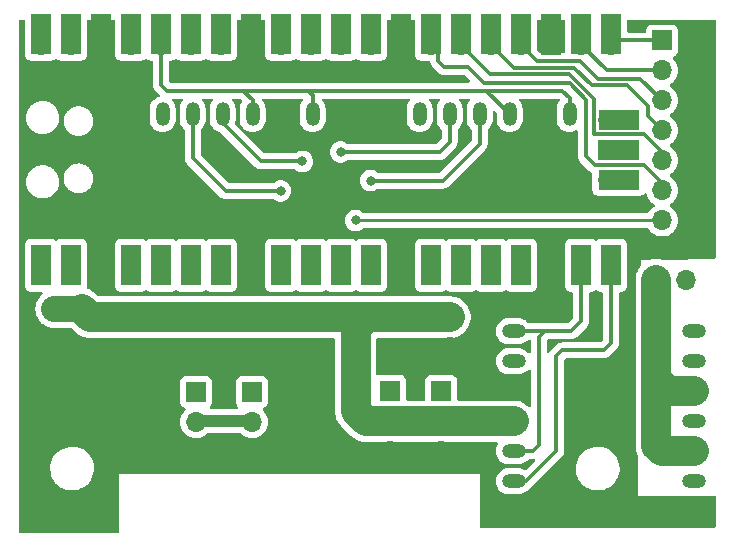
<source format=gbr>
%TF.GenerationSoftware,KiCad,Pcbnew,7.0.1*%
%TF.CreationDate,2023-07-17T09:13:53+02:00*%
%TF.ProjectId,gemma20Pico,67656d6d-6132-4305-9069-636f2e6b6963,rev?*%
%TF.SameCoordinates,Original*%
%TF.FileFunction,Copper,L1,Top*%
%TF.FilePolarity,Positive*%
%FSLAX46Y46*%
G04 Gerber Fmt 4.6, Leading zero omitted, Abs format (unit mm)*
G04 Created by KiCad (PCBNEW 7.0.1) date 2023-07-17 09:13:53*
%MOMM*%
%LPD*%
G01*
G04 APERTURE LIST*
%TA.AperFunction,ComponentPad*%
%ADD10R,1.700000X1.700000*%
%TD*%
%TA.AperFunction,ComponentPad*%
%ADD11O,1.700000X1.700000*%
%TD*%
%TA.AperFunction,ComponentPad*%
%ADD12O,2.000000X1.200000*%
%TD*%
%TA.AperFunction,ComponentPad*%
%ADD13R,1.600000X1.600000*%
%TD*%
%TA.AperFunction,ComponentPad*%
%ADD14C,1.600000*%
%TD*%
%TA.AperFunction,SMDPad,CuDef*%
%ADD15R,1.700000X3.500000*%
%TD*%
%TA.AperFunction,SMDPad,CuDef*%
%ADD16R,3.500000X1.700000*%
%TD*%
%TA.AperFunction,ComponentPad*%
%ADD17O,1.200000X2.000000*%
%TD*%
%TA.AperFunction,ViaPad*%
%ADD18C,0.800000*%
%TD*%
%TA.AperFunction,Conductor*%
%ADD19C,2.500000*%
%TD*%
%TA.AperFunction,Conductor*%
%ADD20C,2.200000*%
%TD*%
%TA.AperFunction,Conductor*%
%ADD21C,0.350000*%
%TD*%
%TA.AperFunction,Conductor*%
%ADD22C,1.000000*%
%TD*%
%TA.AperFunction,Conductor*%
%ADD23C,0.250000*%
%TD*%
G04 APERTURE END LIST*
D10*
%TO.P,J6-ECS1,1,Pin_1*%
%TO.N,/ECS_SIGN*%
X121920000Y-112918000D03*
D11*
%TO.P,J6-ECS1,2,Pin_2*%
%TO.N,+BATT*%
X121920000Y-115458000D03*
%TO.P,J6-ECS1,3,Pin_3*%
%TO.N,GND*%
X121920000Y-117998000D03*
%TD*%
D12*
%TO.P,U2-Motor-Control1,1,IN4*%
%TO.N,/MC_2*%
X132380000Y-107880000D03*
%TO.P,U2-Motor-Control1,2,IN3*%
%TO.N,/MC_1*%
X132380000Y-110420000D03*
%TO.P,U2-Motor-Control1,3,GND*%
%TO.N,GND*%
X132380000Y-112960000D03*
%TO.P,U2-Motor-Control1,4,VCC*%
%TO.N,+BATT*%
X132380000Y-115500000D03*
%TO.P,U2-Motor-Control1,5,IN2*%
%TO.N,/MC_2*%
X132380000Y-118040000D03*
%TO.P,U2-Motor-Control1,6,IN1*%
%TO.N,/MC_1*%
X132380000Y-120580000D03*
%TO.P,U2-Motor-Control1,7,ULT*%
%TO.N,unconnected-(U2-Motor-Control1-ULT-Pad7)*%
X147620000Y-120580000D03*
%TO.P,U2-Motor-Control1,8,OUT4*%
%TO.N,/MO2*%
X147620000Y-118040000D03*
%TO.P,U2-Motor-Control1,9,OUT3*%
%TO.N,/MO1*%
X147620000Y-115500000D03*
%TO.P,U2-Motor-Control1,10,OUT2*%
%TO.N,/MO2*%
X147620000Y-112960000D03*
%TO.P,U2-Motor-Control1,11,OUT1*%
%TO.N,/MO1*%
X147620000Y-110420000D03*
%TO.P,U2-Motor-Control1,12,EEP*%
%TO.N,unconnected-(U2-Motor-Control1-EEP-Pad12)*%
X147620000Y-107880000D03*
%TD*%
D10*
%TO.P,EXT1,1,Pin_1*%
%TO.N,/GP16*%
X144960000Y-83260000D03*
D11*
%TO.P,EXT1,2,Pin_2*%
%TO.N,GND*%
X147500000Y-83260000D03*
%TO.P,EXT1,3,Pin_3*%
%TO.N,/GP17*%
X144960000Y-85800000D03*
%TO.P,EXT1,4,Pin_4*%
%TO.N,GND*%
X147500000Y-85800000D03*
%TO.P,EXT1,5,Pin_5*%
%TO.N,/GP18*%
X144960000Y-88340000D03*
%TO.P,EXT1,6,Pin_6*%
%TO.N,GND*%
X147500000Y-88340000D03*
%TO.P,EXT1,7,Pin_7*%
%TO.N,/GP19*%
X144960000Y-90880000D03*
%TO.P,EXT1,8,Pin_8*%
%TO.N,GND*%
X147500000Y-90880000D03*
%TO.P,EXT1,9,Pin_9*%
%TO.N,/GP20*%
X144960000Y-93420000D03*
%TO.P,EXT1,10,Pin_10*%
%TO.N,GND*%
X147500000Y-93420000D03*
%TO.P,EXT1,11,Pin_11*%
%TO.N,/GP21*%
X144960000Y-95960000D03*
%TO.P,EXT1,12,Pin_12*%
%TO.N,GND*%
X147500000Y-95960000D03*
%TO.P,EXT1,13,Pin_13*%
%TO.N,/GP22*%
X144960000Y-98500000D03*
%TO.P,EXT1,14,Pin_14*%
%TO.N,GND*%
X147500000Y-98500000D03*
%TD*%
D13*
%TO.P,C1,1*%
%TO.N,+BATT*%
X93500000Y-106000000D03*
D14*
%TO.P,C1,2*%
%TO.N,GND*%
X93500000Y-108500000D03*
%TD*%
D10*
%TO.P,J8-Pot1,1,Pin_1*%
%TO.N,/ADC0*%
X110236000Y-113030000D03*
D11*
%TO.P,J8-Pot1,2,Pin_2*%
%TO.N,+3.3V*%
X110236000Y-115570000D03*
%TO.P,J8-Pot1,3,Pin_3*%
%TO.N,GND*%
X110236000Y-118110000D03*
%TD*%
%TO.P,J5-Servo1,3,Pin_3*%
%TO.N,GND*%
X126250000Y-118000000D03*
%TO.P,J5-Servo1,2,Pin_2*%
%TO.N,+BATT*%
X126250000Y-115460000D03*
D10*
%TO.P,J5-Servo1,1,Pin_1*%
%TO.N,/Servo_SIGN*%
X126250000Y-112920000D03*
%TD*%
D11*
%TO.P,J4-BAT1,2,Pin_2*%
%TO.N,GND*%
X127000000Y-109220000D03*
D10*
%TO.P,J4-BAT1,1,Pin_1*%
%TO.N,+BATT*%
X127000000Y-106680000D03*
%TD*%
%TO.P,J7-Pot2,1,Pin_1*%
%TO.N,/ADC1*%
X105500000Y-113030000D03*
D11*
%TO.P,J7-Pot2,2,Pin_2*%
%TO.N,+3.3V*%
X105500000Y-115570000D03*
%TO.P,J7-Pot2,3,Pin_3*%
%TO.N,GND*%
X105500000Y-118110000D03*
%TD*%
D10*
%TO.P,J3-Motor1,1,Pin_1*%
%TO.N,/MO2*%
X144460000Y-103500000D03*
D11*
%TO.P,J3-Motor1,2,Pin_2*%
%TO.N,/MO1*%
X147000000Y-103500000D03*
%TD*%
%TO.P,U1-RPI-Pico1,1,GPIO0*%
%TO.N,unconnected-(U1-RPI-Pico1-GPIO0-Pad1)*%
X92370000Y-101390000D03*
D15*
X92370000Y-102290000D03*
D11*
%TO.P,U1-RPI-Pico1,2,GPIO1*%
%TO.N,unconnected-(U1-RPI-Pico1-GPIO1-Pad2)*%
X94910000Y-101390000D03*
D15*
X94910000Y-102290000D03*
D10*
%TO.P,U1-RPI-Pico1,3,GND*%
%TO.N,GND*%
X97450000Y-101390000D03*
D15*
X97450000Y-102290000D03*
D11*
%TO.P,U1-RPI-Pico1,4,GPIO2*%
%TO.N,unconnected-(U1-RPI-Pico1-GPIO2-Pad4)*%
X99990000Y-101390000D03*
D15*
X99990000Y-102290000D03*
D11*
%TO.P,U1-RPI-Pico1,5,GPIO3*%
%TO.N,unconnected-(U1-RPI-Pico1-GPIO3-Pad5)*%
X102530000Y-101390000D03*
D15*
X102530000Y-102290000D03*
D11*
%TO.P,U1-RPI-Pico1,6,GPIO4*%
%TO.N,unconnected-(U1-RPI-Pico1-GPIO4-Pad6)*%
X105070000Y-101390000D03*
D15*
X105070000Y-102290000D03*
D11*
%TO.P,U1-RPI-Pico1,7,GPIO5*%
%TO.N,/INT1*%
X107610000Y-101390000D03*
D15*
X107610000Y-102290000D03*
D10*
%TO.P,U1-RPI-Pico1,8,GND*%
%TO.N,GND*%
X110150000Y-101390000D03*
D15*
X110150000Y-102290000D03*
D11*
%TO.P,U1-RPI-Pico1,9,GPIO6*%
%TO.N,/SDA1*%
X112690000Y-101390000D03*
D15*
X112690000Y-102290000D03*
D11*
%TO.P,U1-RPI-Pico1,10,GPIO7*%
%TO.N,/SCL1*%
X115230000Y-101390000D03*
D15*
X115230000Y-102290000D03*
D11*
%TO.P,U1-RPI-Pico1,11,GPIO8*%
%TO.N,/SDA0*%
X117770000Y-101390000D03*
D15*
X117770000Y-102290000D03*
D11*
%TO.P,U1-RPI-Pico1,12,GPIO9*%
%TO.N,/SCL0*%
X120310000Y-101390000D03*
D15*
X120310000Y-102290000D03*
D10*
%TO.P,U1-RPI-Pico1,13,GND*%
%TO.N,GND*%
X122850000Y-101390000D03*
D15*
X122850000Y-102290000D03*
D11*
%TO.P,U1-RPI-Pico1,14,GPIO10*%
%TO.N,/INT0*%
X125390000Y-101390000D03*
D15*
X125390000Y-102290000D03*
D11*
%TO.P,U1-RPI-Pico1,15,GPIO11*%
%TO.N,/ECS_SIGN*%
X127930000Y-101390000D03*
D15*
X127930000Y-102290000D03*
D11*
%TO.P,U1-RPI-Pico1,16,GPIO12*%
%TO.N,unconnected-(U1-RPI-Pico1-GPIO12-Pad16)*%
X130470000Y-101390000D03*
D15*
X130470000Y-102290000D03*
D11*
%TO.P,U1-RPI-Pico1,17,GPIO13*%
%TO.N,/Servo_SIGN*%
X133010000Y-101390000D03*
D15*
X133010000Y-102290000D03*
D10*
%TO.P,U1-RPI-Pico1,18,GND*%
%TO.N,GND*%
X135550000Y-101390000D03*
D15*
X135550000Y-102290000D03*
D11*
%TO.P,U1-RPI-Pico1,19,GPIO14*%
%TO.N,/MC_2*%
X138090000Y-101390000D03*
D15*
X138090000Y-102290000D03*
D11*
%TO.P,U1-RPI-Pico1,20,GPIO15*%
%TO.N,/MC_1*%
X140630000Y-101390000D03*
D15*
X140630000Y-102290000D03*
D11*
%TO.P,U1-RPI-Pico1,21,GPIO16*%
%TO.N,/GP16*%
X140630000Y-83610000D03*
D15*
X140630000Y-82710000D03*
D11*
%TO.P,U1-RPI-Pico1,22,GPIO17*%
%TO.N,/GP17*%
X138090000Y-83610000D03*
D15*
X138090000Y-82710000D03*
D10*
%TO.P,U1-RPI-Pico1,23,GND*%
%TO.N,GND*%
X135550000Y-83610000D03*
D15*
X135550000Y-82710000D03*
D11*
%TO.P,U1-RPI-Pico1,24,GPIO18*%
%TO.N,/GP18*%
X133010000Y-83610000D03*
D15*
X133010000Y-82710000D03*
D11*
%TO.P,U1-RPI-Pico1,25,GPIO19*%
%TO.N,/GP19*%
X130470000Y-83610000D03*
D15*
X130470000Y-82710000D03*
D11*
%TO.P,U1-RPI-Pico1,26,GPIO20*%
%TO.N,/GP20*%
X127930000Y-83610000D03*
D15*
X127930000Y-82710000D03*
D11*
%TO.P,U1-RPI-Pico1,27,GPIO21*%
%TO.N,/GP21*%
X125390000Y-83610000D03*
D15*
X125390000Y-82710000D03*
D10*
%TO.P,U1-RPI-Pico1,28,GND*%
%TO.N,GND*%
X122850000Y-83610000D03*
D15*
X122850000Y-82710000D03*
D11*
%TO.P,U1-RPI-Pico1,29,GPIO22*%
%TO.N,/GP22*%
X120310000Y-83610000D03*
D15*
X120310000Y-82710000D03*
D11*
%TO.P,U1-RPI-Pico1,30,RUN*%
%TO.N,unconnected-(U1-RPI-Pico1-RUN-Pad30)*%
X117770000Y-83610000D03*
D15*
X117770000Y-82710000D03*
D11*
%TO.P,U1-RPI-Pico1,31,GPIO26_ADC0*%
%TO.N,/ADC0*%
X115230000Y-83610000D03*
D15*
X115230000Y-82710000D03*
D11*
%TO.P,U1-RPI-Pico1,32,GPIO27_ADC1*%
%TO.N,/ADC1*%
X112690000Y-83610000D03*
D15*
X112690000Y-82710000D03*
D10*
%TO.P,U1-RPI-Pico1,33,AGND*%
%TO.N,GND*%
X110150000Y-83610000D03*
D15*
X110150000Y-82710000D03*
D11*
%TO.P,U1-RPI-Pico1,34,GPIO28_ADC2*%
%TO.N,unconnected-(U1-RPI-Pico1-GPIO28_ADC2-Pad34)*%
X107610000Y-83610000D03*
D15*
X107610000Y-82710000D03*
D11*
%TO.P,U1-RPI-Pico1,35,ADC_VREF*%
%TO.N,unconnected-(U1-RPI-Pico1-ADC_VREF-Pad35)*%
X105070000Y-83610000D03*
D15*
X105070000Y-82710000D03*
D11*
%TO.P,U1-RPI-Pico1,36,3V3*%
%TO.N,+3.3V*%
X102530000Y-83610000D03*
D15*
X102530000Y-82710000D03*
D11*
%TO.P,U1-RPI-Pico1,37,3V3_EN*%
%TO.N,unconnected-(U1-RPI-Pico1-3V3_EN-Pad37)*%
X99990000Y-83610000D03*
D15*
X99990000Y-82710000D03*
D10*
%TO.P,U1-RPI-Pico1,38,GND*%
%TO.N,GND*%
X97450000Y-83610000D03*
D15*
X97450000Y-82710000D03*
D11*
%TO.P,U1-RPI-Pico1,39,VSYS*%
%TO.N,unconnected-(U1-RPI-Pico1-VSYS-Pad39)*%
X94910000Y-83610000D03*
D15*
X94910000Y-82710000D03*
D11*
%TO.P,U1-RPI-Pico1,40,VBUS*%
%TO.N,+BATT*%
X92370000Y-83610000D03*
D15*
X92370000Y-82710000D03*
D11*
%TO.P,U1-RPI-Pico1,41,SWCLK*%
%TO.N,unconnected-(U1-RPI-Pico1-SWCLK-Pad41)*%
X140400000Y-95040000D03*
D16*
X141300000Y-95040000D03*
D10*
%TO.P,U1-RPI-Pico1,42,GND*%
%TO.N,unconnected-(U1-RPI-Pico1-GND-Pad42)*%
X140400000Y-92500000D03*
D16*
X141300000Y-92500000D03*
D11*
%TO.P,U1-RPI-Pico1,43,SWDIO*%
%TO.N,unconnected-(U1-RPI-Pico1-SWDIO-Pad43)*%
X140400000Y-89960000D03*
D16*
X141300000Y-89960000D03*
%TD*%
D17*
%TO.P,J2-Prox0,1,Pin_1*%
%TO.N,/INT1*%
X102660000Y-89500000D03*
%TO.P,J2-Prox0,2,Pin_2*%
%TO.N,/SDA1*%
X105200000Y-89500000D03*
%TO.P,J2-Prox0,3,Pin_3*%
%TO.N,/SCL1*%
X107740000Y-89500000D03*
%TO.P,J2-Prox0,4,Pin_4*%
%TO.N,+3.3V*%
X110280000Y-89500000D03*
%TO.P,J2-Prox0,5,Pin_5*%
%TO.N,GND*%
X112820000Y-89500000D03*
%TO.P,J2-Prox0,6,Pin_6*%
%TO.N,+3.3V*%
X115360000Y-89500000D03*
%TD*%
%TO.P,J1-Prox1,1,Pin_1*%
%TO.N,/INT0*%
X124420000Y-89500000D03*
%TO.P,J1-Prox1,2,Pin_2*%
%TO.N,/SDA0*%
X126960000Y-89500000D03*
%TO.P,J1-Prox1,3,Pin_3*%
%TO.N,/SCL0*%
X129500000Y-89500000D03*
%TO.P,J1-Prox1,4,Pin_4*%
%TO.N,+3.3V*%
X132040000Y-89500000D03*
%TO.P,J1-Prox1,5,Pin_5*%
%TO.N,GND*%
X134580000Y-89500000D03*
%TO.P,J1-Prox1,6,Pin_6*%
%TO.N,+3.3V*%
X137120000Y-89500000D03*
%TD*%
D18*
%TO.N,GND*%
X113000000Y-92000000D03*
X139000000Y-108000000D03*
X103000000Y-97000000D03*
%TO.N,/SDA0*%
X117729000Y-92710000D03*
%TO.N,/SCL0*%
X120269000Y-95123000D03*
%TO.N,GND*%
X96139000Y-114173000D03*
X113500000Y-86000000D03*
X117856000Y-89535000D03*
X133096000Y-94996000D03*
X99949000Y-89662000D03*
X115062000Y-115570000D03*
X139573000Y-114173000D03*
%TO.N,/SDA1*%
X112649000Y-96012000D03*
%TO.N,/SCL1*%
X114500000Y-93500000D03*
%TO.N,/GP22*%
X119000000Y-98500000D03*
%TD*%
D19*
%TO.N,+BATT*%
X119902000Y-115500000D02*
X119000000Y-114598000D01*
X132380000Y-115500000D02*
X119902000Y-115500000D01*
X120000000Y-106680000D02*
X96520000Y-106680000D01*
X127000000Y-106680000D02*
X120000000Y-106680000D01*
X119000000Y-114598000D02*
X119000000Y-107680000D01*
X119000000Y-107680000D02*
X120000000Y-106680000D01*
D20*
X95840000Y-106000000D02*
X93500000Y-106000000D01*
D19*
X96520000Y-106680000D02*
X95840000Y-106000000D01*
D21*
%TO.N,/SDA0*%
X126960000Y-91861000D02*
X126111000Y-92710000D01*
X126960000Y-89500000D02*
X126960000Y-91861000D01*
X126111000Y-92710000D02*
X117729000Y-92710000D01*
%TO.N,/SCL0*%
X129500000Y-92000000D02*
X126377000Y-95123000D01*
X126377000Y-95123000D02*
X120269000Y-95123000D01*
X129500000Y-92000000D02*
X129500000Y-89500000D01*
%TO.N,+3.3V*%
X130040000Y-87500000D02*
X115000000Y-87500000D01*
X109000000Y-87500000D02*
X115000000Y-87500000D01*
X110280000Y-88280000D02*
X109500000Y-87500000D01*
X102530000Y-83610000D02*
X102530000Y-87000000D01*
X110280000Y-89500000D02*
X110280000Y-88280000D01*
X115360000Y-87860000D02*
X115000000Y-87500000D01*
X109500000Y-87500000D02*
X109000000Y-87500000D01*
X102530000Y-87000000D02*
X102530000Y-87030000D01*
X137120000Y-88120000D02*
X136500000Y-87500000D01*
X137120000Y-89500000D02*
X137120000Y-88120000D01*
X115360000Y-89500000D02*
X115360000Y-87860000D01*
X107000000Y-87500000D02*
X109000000Y-87500000D01*
X136500000Y-87500000D02*
X130040000Y-87500000D01*
X103000000Y-87500000D02*
X107000000Y-87500000D01*
X132040000Y-89500000D02*
X130040000Y-87500000D01*
D22*
X105500000Y-115460000D02*
X110475000Y-115460000D01*
D21*
X102530000Y-87030000D02*
X103000000Y-87500000D01*
%TO.N,/SDA1*%
X112649000Y-96012000D02*
X108012000Y-96012000D01*
X108012000Y-96012000D02*
X105200000Y-93200000D01*
X105200000Y-93200000D02*
X105200000Y-89500000D01*
%TO.N,/SCL1*%
X107740000Y-90240000D02*
X111000000Y-93500000D01*
X111000000Y-93500000D02*
X114500000Y-93500000D01*
X107740000Y-89500000D02*
X107740000Y-90240000D01*
%TO.N,/MC_2*%
X134000000Y-118000000D02*
X134500000Y-117500000D01*
X132460000Y-118040000D02*
X132500000Y-118000000D01*
X138090000Y-107000000D02*
X138090000Y-101390000D01*
X134500000Y-117500000D02*
X134500000Y-108380000D01*
X134500000Y-108380000D02*
X135000000Y-107880000D01*
X132380000Y-118040000D02*
X132460000Y-118040000D01*
X132500000Y-118000000D02*
X134000000Y-118000000D01*
X132380000Y-107880000D02*
X135000000Y-107880000D01*
X135000000Y-107880000D02*
X137210000Y-107880000D01*
X137210000Y-107880000D02*
X138090000Y-107000000D01*
%TO.N,/MC_1*%
X136000000Y-110000000D02*
X136500000Y-109500000D01*
X136500000Y-109500000D02*
X140000000Y-109500000D01*
X132380000Y-120580000D02*
X133420000Y-120580000D01*
X140000000Y-109500000D02*
X140630000Y-108870000D01*
X140630000Y-108870000D02*
X140630000Y-101390000D01*
X133420000Y-120580000D02*
X136000000Y-118000000D01*
X136000000Y-118000000D02*
X136000000Y-110000000D01*
D19*
%TO.N,/MO2*%
X145460000Y-112960000D02*
X144460000Y-111960000D01*
X144920000Y-118040000D02*
X144460000Y-117580000D01*
X144460000Y-111960000D02*
X144460000Y-103500000D01*
X147620000Y-112960000D02*
X145460000Y-112960000D01*
X147620000Y-118040000D02*
X144920000Y-118040000D01*
X144460000Y-117580000D02*
X144460000Y-111960000D01*
D21*
%TO.N,/GP16*%
X144960000Y-83260000D02*
X140980000Y-83260000D01*
X140980000Y-83260000D02*
X140630000Y-83610000D01*
%TO.N,/GP17*%
X144960000Y-85800000D02*
X140280000Y-85800000D01*
X140280000Y-85800000D02*
X138090000Y-83610000D01*
%TO.N,/GP18*%
X138000000Y-85000000D02*
X134400000Y-85000000D01*
X134400000Y-85000000D02*
X133010000Y-83610000D01*
X143120000Y-86500000D02*
X139500000Y-86500000D01*
X139500000Y-86500000D02*
X138000000Y-85000000D01*
X144960000Y-88340000D02*
X143120000Y-86500000D01*
%TO.N,/GP19*%
X139000000Y-87050000D02*
X137500000Y-85550000D01*
X144960000Y-90880000D02*
X143735000Y-89655000D01*
X132410000Y-85550000D02*
X130470000Y-83610000D01*
X142000000Y-87050000D02*
X139000000Y-87050000D01*
X143735000Y-89655000D02*
X143735000Y-88785000D01*
X143735000Y-88785000D02*
X142000000Y-87050000D01*
X137500000Y-85550000D02*
X132410000Y-85550000D01*
%TO.N,/GP20*%
X139175000Y-91185000D02*
X139175000Y-88175000D01*
X130420000Y-86100000D02*
X127930000Y-83610000D01*
X144960000Y-93420000D02*
X144960000Y-92720000D01*
X139175000Y-88175000D02*
X137100000Y-86100000D01*
X144960000Y-92720000D02*
X143425000Y-91185000D01*
X143425000Y-91185000D02*
X139175000Y-91185000D01*
X137100000Y-86100000D02*
X130420000Y-86100000D01*
%TO.N,/GP21*%
X144960000Y-95960000D02*
X144960000Y-95350000D01*
X126000000Y-84220000D02*
X125390000Y-83610000D01*
X126000000Y-85000000D02*
X126000000Y-84220000D01*
X126500000Y-85500000D02*
X126000000Y-85000000D01*
X129888909Y-86888909D02*
X128500000Y-85500000D01*
X144960000Y-95350000D02*
X143425000Y-93815000D01*
X138500000Y-88277818D02*
X137111091Y-86888909D01*
X137111091Y-86888909D02*
X129888909Y-86888909D01*
X138500000Y-93050000D02*
X138500000Y-88277818D01*
X139265000Y-93815000D02*
X138500000Y-93050000D01*
X143425000Y-93815000D02*
X139265000Y-93815000D01*
X128500000Y-85500000D02*
X126500000Y-85500000D01*
D23*
%TO.N,/GP22*%
X144960000Y-98500000D02*
X119000000Y-98500000D01*
%TD*%
%TA.AperFunction,Conductor*%
%TO.N,GND*%
G36*
X139434310Y-104406421D02*
G01*
X139537669Y-104483796D01*
X139672517Y-104534091D01*
X139732127Y-104540500D01*
X139830500Y-104540500D01*
X139892500Y-104557113D01*
X139937887Y-104602500D01*
X139954500Y-104664500D01*
X139954500Y-108538837D01*
X139945061Y-108586290D01*
X139918181Y-108626518D01*
X139756518Y-108788181D01*
X139716290Y-108815061D01*
X139668837Y-108824500D01*
X136524151Y-108824500D01*
X136516665Y-108824274D01*
X136514385Y-108824136D01*
X136458912Y-108820780D01*
X136402011Y-108831207D01*
X136394612Y-108832333D01*
X136337157Y-108839310D01*
X136328383Y-108842638D01*
X136306776Y-108848661D01*
X136297562Y-108850349D01*
X136244782Y-108874102D01*
X136237868Y-108876965D01*
X136183775Y-108897481D01*
X136176058Y-108902807D01*
X136156524Y-108913824D01*
X136147973Y-108917673D01*
X136102417Y-108953363D01*
X136096387Y-108957800D01*
X136048770Y-108990668D01*
X136010406Y-109033972D01*
X136005273Y-109039424D01*
X135539424Y-109505273D01*
X135533972Y-109510406D01*
X135490668Y-109548770D01*
X135457800Y-109596387D01*
X135453363Y-109602417D01*
X135417673Y-109647973D01*
X135413824Y-109656524D01*
X135402823Y-109676034D01*
X135401571Y-109677849D01*
X135354482Y-109718584D01*
X135293531Y-109731296D01*
X135234085Y-109712782D01*
X135191132Y-109667708D01*
X135175500Y-109607440D01*
X135175500Y-108711163D01*
X135184939Y-108663710D01*
X135211819Y-108623482D01*
X135243482Y-108591819D01*
X135283710Y-108564939D01*
X135331163Y-108555500D01*
X137185849Y-108555500D01*
X137193335Y-108555726D01*
X137251084Y-108559219D01*
X137251084Y-108559218D01*
X137251085Y-108559219D01*
X137307997Y-108548789D01*
X137315396Y-108547663D01*
X137372845Y-108540688D01*
X137381608Y-108537364D01*
X137403222Y-108531338D01*
X137412439Y-108529650D01*
X137412443Y-108529648D01*
X137412444Y-108529648D01*
X137465207Y-108505901D01*
X137472122Y-108503036D01*
X137526226Y-108482518D01*
X137533933Y-108477197D01*
X137553484Y-108466171D01*
X137562028Y-108462326D01*
X137607609Y-108426613D01*
X137613581Y-108422219D01*
X137661229Y-108389332D01*
X137699610Y-108346007D01*
X137704711Y-108340588D01*
X138550588Y-107494711D01*
X138556007Y-107489610D01*
X138599332Y-107451229D01*
X138632219Y-107403581D01*
X138636613Y-107397609D01*
X138672326Y-107352028D01*
X138676171Y-107343484D01*
X138687197Y-107323935D01*
X138689000Y-107321322D01*
X138692518Y-107316226D01*
X138713036Y-107262122D01*
X138715901Y-107255207D01*
X138739648Y-107202444D01*
X138739648Y-107202443D01*
X138739650Y-107202439D01*
X138741338Y-107193222D01*
X138747364Y-107171608D01*
X138750688Y-107162845D01*
X138757663Y-107105396D01*
X138758790Y-107097993D01*
X138763807Y-107070615D01*
X138769219Y-107041085D01*
X138765726Y-106983335D01*
X138765500Y-106975849D01*
X138765500Y-104664499D01*
X138782113Y-104602499D01*
X138827500Y-104557112D01*
X138889500Y-104540499D01*
X138987870Y-104540499D01*
X138987872Y-104540499D01*
X139047483Y-104534091D01*
X139182331Y-104483796D01*
X139285689Y-104406421D01*
X139333642Y-104384523D01*
X139386358Y-104384523D01*
X139434310Y-104406421D01*
G37*
%TD.AperFunction*%
%TA.AperFunction,Conductor*%
G36*
X90957500Y-81516613D02*
G01*
X91002887Y-81562000D01*
X91019500Y-81624000D01*
X91019500Y-83545614D01*
X91019028Y-83556421D01*
X91014340Y-83609999D01*
X91019028Y-83663579D01*
X91019500Y-83674386D01*
X91019500Y-84507869D01*
X91025909Y-84567483D01*
X91076204Y-84702331D01*
X91162454Y-84817546D01*
X91277669Y-84903796D01*
X91412517Y-84954091D01*
X91472127Y-84960500D01*
X92305613Y-84960499D01*
X92316422Y-84960971D01*
X92370000Y-84965659D01*
X92423578Y-84960971D01*
X92434387Y-84960499D01*
X93267870Y-84960499D01*
X93267872Y-84960499D01*
X93327483Y-84954091D01*
X93462331Y-84903796D01*
X93565689Y-84826421D01*
X93613642Y-84804523D01*
X93666358Y-84804523D01*
X93714310Y-84826421D01*
X93817669Y-84903796D01*
X93952517Y-84954091D01*
X94012127Y-84960500D01*
X94845613Y-84960499D01*
X94856422Y-84960971D01*
X94910000Y-84965659D01*
X94963578Y-84960971D01*
X94974387Y-84960499D01*
X95807870Y-84960499D01*
X95807872Y-84960499D01*
X95867483Y-84954091D01*
X96002331Y-84903796D01*
X96117546Y-84817546D01*
X96203796Y-84702331D01*
X96254091Y-84567483D01*
X96260500Y-84507873D01*
X96260499Y-83674382D01*
X96260971Y-83663573D01*
X96265659Y-83609999D01*
X96260971Y-83556424D01*
X96260499Y-83545615D01*
X96260499Y-81624000D01*
X96277112Y-81562000D01*
X96322499Y-81516613D01*
X96384499Y-81500000D01*
X98515500Y-81500000D01*
X98577500Y-81516613D01*
X98622887Y-81562000D01*
X98639500Y-81624000D01*
X98639500Y-83545614D01*
X98639028Y-83556421D01*
X98634340Y-83609999D01*
X98639028Y-83663579D01*
X98639500Y-83674386D01*
X98639500Y-84507869D01*
X98645909Y-84567483D01*
X98696204Y-84702331D01*
X98782454Y-84817546D01*
X98897669Y-84903796D01*
X99032517Y-84954091D01*
X99092127Y-84960500D01*
X99925613Y-84960499D01*
X99936422Y-84960971D01*
X99990000Y-84965659D01*
X100043578Y-84960971D01*
X100054387Y-84960499D01*
X100887870Y-84960499D01*
X100887872Y-84960499D01*
X100947483Y-84954091D01*
X101082331Y-84903796D01*
X101185689Y-84826421D01*
X101233642Y-84804523D01*
X101286358Y-84804523D01*
X101334310Y-84826421D01*
X101437669Y-84903796D01*
X101572517Y-84954091D01*
X101632127Y-84960500D01*
X101730500Y-84960500D01*
X101792500Y-84977113D01*
X101837887Y-85022500D01*
X101854500Y-85084500D01*
X101854500Y-87005849D01*
X101854274Y-87013336D01*
X101850780Y-87071087D01*
X101861207Y-87127987D01*
X101862334Y-87135386D01*
X101869312Y-87192847D01*
X101872636Y-87201612D01*
X101878660Y-87223223D01*
X101880348Y-87232436D01*
X101892643Y-87259754D01*
X101904101Y-87285215D01*
X101906960Y-87292117D01*
X101927482Y-87346227D01*
X101932804Y-87353938D01*
X101943824Y-87373476D01*
X101947673Y-87382026D01*
X101947674Y-87382028D01*
X101983360Y-87427577D01*
X101987800Y-87433611D01*
X102020668Y-87481229D01*
X102063988Y-87519607D01*
X102069425Y-87524726D01*
X102384987Y-87840289D01*
X102417270Y-87896589D01*
X102416691Y-87961486D01*
X102383409Y-88017201D01*
X102326542Y-88048474D01*
X102298422Y-88055296D01*
X102107247Y-88142602D01*
X101936050Y-88264512D01*
X101791013Y-88416623D01*
X101677387Y-88593425D01*
X101599274Y-88788545D01*
X101569136Y-88944919D01*
X101559500Y-88994915D01*
X101559500Y-89952425D01*
X101564529Y-90005086D01*
X101574472Y-90109220D01*
X101633683Y-90310873D01*
X101729990Y-90497684D01*
X101841280Y-90639199D01*
X101859908Y-90662886D01*
X101941703Y-90733762D01*
X102018745Y-90800520D01*
X102200754Y-90905603D01*
X102200756Y-90905604D01*
X102294241Y-90937959D01*
X102399366Y-90974344D01*
X102420114Y-90977327D01*
X102607398Y-91004254D01*
X102817330Y-90994254D01*
X103021576Y-90944704D01*
X103086555Y-90915029D01*
X103212752Y-90857397D01*
X103280839Y-90808912D01*
X103383952Y-90735486D01*
X103528986Y-90583378D01*
X103634479Y-90419229D01*
X103642612Y-90406574D01*
X103655245Y-90375018D01*
X103720725Y-90211457D01*
X103754387Y-90036801D01*
X103760500Y-90005086D01*
X103760500Y-89047580D01*
X103760500Y-89047575D01*
X103745528Y-88890782D01*
X103686316Y-88689125D01*
X103590011Y-88502318D01*
X103583547Y-88494099D01*
X103490792Y-88376152D01*
X103464973Y-88312755D01*
X103476725Y-88245319D01*
X103522468Y-88194394D01*
X103588262Y-88175500D01*
X104271356Y-88175500D01*
X104327124Y-88188748D01*
X104370976Y-88225663D01*
X104393540Y-88278355D01*
X104389995Y-88335566D01*
X104361099Y-88385068D01*
X104352462Y-88394128D01*
X104331013Y-88416623D01*
X104217387Y-88593425D01*
X104139274Y-88788545D01*
X104109136Y-88944919D01*
X104099500Y-88994915D01*
X104099500Y-89952425D01*
X104104529Y-90005086D01*
X104114472Y-90109220D01*
X104173683Y-90310873D01*
X104269990Y-90497684D01*
X104381280Y-90639199D01*
X104399908Y-90662886D01*
X104418922Y-90679362D01*
X104481703Y-90733762D01*
X104513294Y-90775964D01*
X104524500Y-90827475D01*
X104524500Y-93175849D01*
X104524274Y-93183336D01*
X104520780Y-93241087D01*
X104531207Y-93297987D01*
X104532334Y-93305386D01*
X104539312Y-93362847D01*
X104542636Y-93371612D01*
X104548660Y-93393223D01*
X104550348Y-93402436D01*
X104558253Y-93419999D01*
X104574101Y-93455215D01*
X104576960Y-93462117D01*
X104597482Y-93516227D01*
X104602804Y-93523938D01*
X104613824Y-93543476D01*
X104614387Y-93544726D01*
X104617674Y-93552028D01*
X104632651Y-93571144D01*
X104653360Y-93597577D01*
X104657800Y-93603611D01*
X104690668Y-93651229D01*
X104733989Y-93689608D01*
X104739426Y-93694727D01*
X107517271Y-96472572D01*
X107522406Y-96478027D01*
X107560770Y-96521332D01*
X107608389Y-96554200D01*
X107614422Y-96558639D01*
X107659972Y-96594326D01*
X107668523Y-96598174D01*
X107688059Y-96609193D01*
X107695774Y-96614518D01*
X107695775Y-96614518D01*
X107695776Y-96614519D01*
X107749883Y-96635040D01*
X107756800Y-96637905D01*
X107798130Y-96656505D01*
X107809561Y-96661650D01*
X107818769Y-96663337D01*
X107840397Y-96669366D01*
X107849155Y-96672688D01*
X107906590Y-96679661D01*
X107913981Y-96680785D01*
X107970915Y-96691220D01*
X108028674Y-96687726D01*
X108036162Y-96687500D01*
X112006434Y-96687500D01*
X112044752Y-96693569D01*
X112079319Y-96711182D01*
X112196269Y-96796151D01*
X112369197Y-96873144D01*
X112554352Y-96912500D01*
X112554354Y-96912500D01*
X112743646Y-96912500D01*
X112743648Y-96912500D01*
X112867084Y-96886262D01*
X112928803Y-96873144D01*
X113101730Y-96796151D01*
X113101730Y-96796150D01*
X113254870Y-96684889D01*
X113258564Y-96680787D01*
X113381533Y-96544216D01*
X113476179Y-96380284D01*
X113534674Y-96200256D01*
X113554460Y-96012000D01*
X113534674Y-95823744D01*
X113496538Y-95706374D01*
X113476179Y-95643715D01*
X113381533Y-95479783D01*
X113254870Y-95339110D01*
X113101730Y-95227848D01*
X112928802Y-95150855D01*
X112743648Y-95111500D01*
X112743646Y-95111500D01*
X112554354Y-95111500D01*
X112554352Y-95111500D01*
X112369197Y-95150855D01*
X112196269Y-95227848D01*
X112079319Y-95312818D01*
X112044752Y-95330431D01*
X112006434Y-95336500D01*
X108343163Y-95336500D01*
X108295710Y-95327061D01*
X108255482Y-95300181D01*
X105911819Y-92956518D01*
X105884939Y-92916290D01*
X105875500Y-92868837D01*
X105875500Y-90833915D01*
X105889283Y-90777097D01*
X105916948Y-90745167D01*
X105915781Y-90744055D01*
X105923950Y-90735487D01*
X105923952Y-90735486D01*
X106068986Y-90583378D01*
X106174479Y-90419229D01*
X106182612Y-90406574D01*
X106195245Y-90375018D01*
X106260725Y-90211457D01*
X106294387Y-90036801D01*
X106300500Y-90005086D01*
X106300500Y-89047580D01*
X106300500Y-89047575D01*
X106285528Y-88890782D01*
X106226316Y-88689125D01*
X106130011Y-88502318D01*
X106123547Y-88494099D01*
X106030792Y-88376152D01*
X106004973Y-88312755D01*
X106016725Y-88245319D01*
X106062468Y-88194394D01*
X106128262Y-88175500D01*
X106811356Y-88175500D01*
X106867124Y-88188748D01*
X106910976Y-88225663D01*
X106933540Y-88278355D01*
X106929995Y-88335566D01*
X106901099Y-88385068D01*
X106892462Y-88394128D01*
X106871013Y-88416623D01*
X106757387Y-88593425D01*
X106679274Y-88788545D01*
X106649136Y-88944919D01*
X106639500Y-88994915D01*
X106639500Y-89952425D01*
X106644529Y-90005086D01*
X106654472Y-90109220D01*
X106713683Y-90310873D01*
X106809990Y-90497684D01*
X106921280Y-90639199D01*
X106939908Y-90662886D01*
X107021703Y-90733762D01*
X107098745Y-90800520D01*
X107280754Y-90905603D01*
X107280756Y-90905604D01*
X107479367Y-90974344D01*
X107484852Y-90975132D01*
X107522708Y-90986985D01*
X107554888Y-91010189D01*
X110505279Y-93960581D01*
X110510413Y-93966035D01*
X110548769Y-94009331D01*
X110596380Y-94042194D01*
X110602413Y-94046633D01*
X110620083Y-94060477D01*
X110647972Y-94082326D01*
X110656523Y-94086174D01*
X110676059Y-94097193D01*
X110683774Y-94102518D01*
X110735059Y-94121968D01*
X110737883Y-94123039D01*
X110744798Y-94125903D01*
X110797561Y-94149650D01*
X110806768Y-94151337D01*
X110828388Y-94157364D01*
X110837151Y-94160687D01*
X110837153Y-94160687D01*
X110837155Y-94160688D01*
X110894617Y-94167665D01*
X110901982Y-94168785D01*
X110958915Y-94179219D01*
X111016664Y-94175726D01*
X111024151Y-94175500D01*
X113857434Y-94175500D01*
X113895752Y-94181569D01*
X113930319Y-94199182D01*
X114047269Y-94284151D01*
X114220197Y-94361144D01*
X114405352Y-94400500D01*
X114405354Y-94400500D01*
X114594646Y-94400500D01*
X114594648Y-94400500D01*
X114751556Y-94367148D01*
X114779803Y-94361144D01*
X114952730Y-94284151D01*
X115022695Y-94233319D01*
X115105870Y-94172889D01*
X115126796Y-94149649D01*
X115232533Y-94032216D01*
X115327179Y-93868284D01*
X115385674Y-93688256D01*
X115405460Y-93500000D01*
X115385674Y-93311744D01*
X115344360Y-93184592D01*
X115327179Y-93131715D01*
X115232533Y-92967783D01*
X115105870Y-92827110D01*
X114952730Y-92715848D01*
X114779802Y-92638855D01*
X114594648Y-92599500D01*
X114594646Y-92599500D01*
X114405354Y-92599500D01*
X114405352Y-92599500D01*
X114220197Y-92638855D01*
X114047269Y-92715848D01*
X113930319Y-92800818D01*
X113895752Y-92818431D01*
X113857434Y-92824500D01*
X111331164Y-92824500D01*
X111283711Y-92815061D01*
X111243483Y-92788181D01*
X108820260Y-90364959D01*
X108793569Y-90325184D01*
X108783945Y-90278260D01*
X108792822Y-90231195D01*
X108800725Y-90211457D01*
X108840500Y-90005085D01*
X108840500Y-89047575D01*
X108825528Y-88890782D01*
X108766316Y-88689125D01*
X108670011Y-88502318D01*
X108663547Y-88494099D01*
X108570792Y-88376152D01*
X108544973Y-88312755D01*
X108556725Y-88245319D01*
X108602468Y-88194394D01*
X108668262Y-88175500D01*
X108959143Y-88175500D01*
X109040857Y-88175500D01*
X109168837Y-88175500D01*
X109216290Y-88184939D01*
X109256518Y-88211819D01*
X109360037Y-88315338D01*
X109389536Y-88362463D01*
X109395479Y-88417740D01*
X109376671Y-88470058D01*
X109297389Y-88593423D01*
X109219274Y-88788545D01*
X109189136Y-88944919D01*
X109179500Y-88994915D01*
X109179500Y-89952425D01*
X109184529Y-90005086D01*
X109194472Y-90109220D01*
X109253683Y-90310873D01*
X109349990Y-90497684D01*
X109461280Y-90639199D01*
X109479908Y-90662886D01*
X109561703Y-90733762D01*
X109638745Y-90800520D01*
X109820754Y-90905603D01*
X109820756Y-90905604D01*
X109914241Y-90937959D01*
X110019366Y-90974344D01*
X110040114Y-90977327D01*
X110227398Y-91004254D01*
X110437330Y-90994254D01*
X110641576Y-90944704D01*
X110706555Y-90915029D01*
X110832752Y-90857397D01*
X110900839Y-90808912D01*
X111003952Y-90735486D01*
X111148986Y-90583378D01*
X111254479Y-90419229D01*
X111262612Y-90406574D01*
X111275245Y-90375018D01*
X111340725Y-90211457D01*
X111374387Y-90036801D01*
X111380500Y-90005086D01*
X111380500Y-89047580D01*
X111380500Y-89047575D01*
X111365528Y-88890782D01*
X111306316Y-88689125D01*
X111210011Y-88502318D01*
X111203547Y-88494099D01*
X111110792Y-88376152D01*
X111084973Y-88312755D01*
X111096725Y-88245319D01*
X111142468Y-88194394D01*
X111208262Y-88175500D01*
X114431356Y-88175500D01*
X114487124Y-88188748D01*
X114530976Y-88225663D01*
X114553540Y-88278355D01*
X114549995Y-88335566D01*
X114521099Y-88385068D01*
X114512462Y-88394128D01*
X114491013Y-88416623D01*
X114377387Y-88593425D01*
X114299274Y-88788545D01*
X114269136Y-88944919D01*
X114259500Y-88994915D01*
X114259500Y-89952425D01*
X114264529Y-90005086D01*
X114274472Y-90109220D01*
X114333683Y-90310873D01*
X114429990Y-90497684D01*
X114541280Y-90639199D01*
X114559908Y-90662886D01*
X114641703Y-90733762D01*
X114718745Y-90800520D01*
X114900754Y-90905603D01*
X114900756Y-90905604D01*
X114994241Y-90937959D01*
X115099366Y-90974344D01*
X115120114Y-90977327D01*
X115307398Y-91004254D01*
X115517330Y-90994254D01*
X115721576Y-90944704D01*
X115786555Y-90915029D01*
X115912752Y-90857397D01*
X115980839Y-90808912D01*
X116083952Y-90735486D01*
X116228986Y-90583378D01*
X116334479Y-90419229D01*
X116342612Y-90406574D01*
X116355245Y-90375018D01*
X116420725Y-90211457D01*
X116454387Y-90036801D01*
X116460500Y-90005086D01*
X116460500Y-89047580D01*
X116460500Y-89047575D01*
X116445528Y-88890782D01*
X116386316Y-88689125D01*
X116290011Y-88502318D01*
X116283547Y-88494099D01*
X116190792Y-88376152D01*
X116164973Y-88312755D01*
X116176725Y-88245319D01*
X116222468Y-88194394D01*
X116288262Y-88175500D01*
X123491356Y-88175500D01*
X123547124Y-88188748D01*
X123590976Y-88225663D01*
X123613540Y-88278355D01*
X123609995Y-88335566D01*
X123581099Y-88385068D01*
X123572462Y-88394128D01*
X123551013Y-88416623D01*
X123437387Y-88593425D01*
X123359274Y-88788545D01*
X123329136Y-88944919D01*
X123319500Y-88994915D01*
X123319500Y-89952425D01*
X123324529Y-90005086D01*
X123334472Y-90109220D01*
X123393683Y-90310873D01*
X123489990Y-90497684D01*
X123601280Y-90639199D01*
X123619908Y-90662886D01*
X123701703Y-90733762D01*
X123778745Y-90800520D01*
X123960754Y-90905603D01*
X123960756Y-90905604D01*
X124054241Y-90937959D01*
X124159366Y-90974344D01*
X124180114Y-90977327D01*
X124367398Y-91004254D01*
X124577330Y-90994254D01*
X124781576Y-90944704D01*
X124846555Y-90915029D01*
X124972752Y-90857397D01*
X125040839Y-90808912D01*
X125143952Y-90735486D01*
X125288986Y-90583378D01*
X125394479Y-90419229D01*
X125402612Y-90406574D01*
X125415245Y-90375018D01*
X125480725Y-90211457D01*
X125514387Y-90036801D01*
X125520500Y-90005086D01*
X125520500Y-89047580D01*
X125520500Y-89047575D01*
X125505528Y-88890782D01*
X125446316Y-88689125D01*
X125350011Y-88502318D01*
X125343547Y-88494099D01*
X125250792Y-88376152D01*
X125224973Y-88312755D01*
X125236725Y-88245319D01*
X125282468Y-88194394D01*
X125348262Y-88175500D01*
X126031356Y-88175500D01*
X126087124Y-88188748D01*
X126130976Y-88225663D01*
X126153540Y-88278355D01*
X126149995Y-88335566D01*
X126121099Y-88385068D01*
X126112462Y-88394128D01*
X126091013Y-88416623D01*
X125977387Y-88593425D01*
X125899274Y-88788545D01*
X125869136Y-88944919D01*
X125859500Y-88994915D01*
X125859500Y-89952425D01*
X125864529Y-90005086D01*
X125874472Y-90109220D01*
X125933683Y-90310873D01*
X126029990Y-90497684D01*
X126141280Y-90639199D01*
X126159908Y-90662886D01*
X126178922Y-90679362D01*
X126241703Y-90733762D01*
X126273294Y-90775964D01*
X126284500Y-90827475D01*
X126284500Y-91529836D01*
X126275061Y-91577289D01*
X126248181Y-91617517D01*
X125867518Y-91998181D01*
X125827290Y-92025061D01*
X125779837Y-92034500D01*
X118371566Y-92034500D01*
X118333248Y-92028431D01*
X118298681Y-92010818D01*
X118181730Y-91925848D01*
X118008802Y-91848855D01*
X117823648Y-91809500D01*
X117823646Y-91809500D01*
X117634354Y-91809500D01*
X117634352Y-91809500D01*
X117449197Y-91848855D01*
X117276269Y-91925848D01*
X117123129Y-92037110D01*
X116996466Y-92177783D01*
X116901820Y-92341715D01*
X116843326Y-92521742D01*
X116823540Y-92709999D01*
X116843326Y-92898257D01*
X116901820Y-93078284D01*
X116996466Y-93242216D01*
X117123129Y-93382889D01*
X117276269Y-93494151D01*
X117449197Y-93571144D01*
X117634352Y-93610500D01*
X117634354Y-93610500D01*
X117823646Y-93610500D01*
X117823648Y-93610500D01*
X117947083Y-93584262D01*
X118008803Y-93571144D01*
X118181730Y-93494151D01*
X118225821Y-93462117D01*
X118298681Y-93409182D01*
X118333248Y-93391569D01*
X118371566Y-93385500D01*
X126086849Y-93385500D01*
X126094335Y-93385726D01*
X126152084Y-93389219D01*
X126152084Y-93389218D01*
X126152085Y-93389219D01*
X126208997Y-93378789D01*
X126216396Y-93377663D01*
X126273845Y-93370688D01*
X126282608Y-93367364D01*
X126304222Y-93361338D01*
X126313439Y-93359650D01*
X126313443Y-93359648D01*
X126313444Y-93359648D01*
X126366207Y-93335901D01*
X126373122Y-93333036D01*
X126427226Y-93312518D01*
X126434933Y-93307197D01*
X126454484Y-93296171D01*
X126463028Y-93292326D01*
X126508599Y-93256621D01*
X126514586Y-93252215D01*
X126562229Y-93219332D01*
X126600609Y-93176009D01*
X126605709Y-93170591D01*
X127420596Y-92355704D01*
X127426016Y-92350602D01*
X127469332Y-92312229D01*
X127502203Y-92264605D01*
X127506624Y-92258596D01*
X127542326Y-92213028D01*
X127546172Y-92204480D01*
X127557192Y-92184941D01*
X127562518Y-92177226D01*
X127583036Y-92123122D01*
X127585901Y-92116207D01*
X127609648Y-92063444D01*
X127609648Y-92063443D01*
X127609650Y-92063439D01*
X127611338Y-92054222D01*
X127617364Y-92032608D01*
X127620688Y-92023845D01*
X127627663Y-91966396D01*
X127628790Y-91958993D01*
X127639219Y-91902084D01*
X127635726Y-91844335D01*
X127635500Y-91836849D01*
X127635500Y-90833915D01*
X127649283Y-90777097D01*
X127676948Y-90745167D01*
X127675781Y-90744055D01*
X127683950Y-90735487D01*
X127683952Y-90735486D01*
X127828986Y-90583378D01*
X127934479Y-90419229D01*
X127942612Y-90406574D01*
X127955245Y-90375018D01*
X128020725Y-90211457D01*
X128054387Y-90036801D01*
X128060500Y-90005086D01*
X128060500Y-89047580D01*
X128060500Y-89047575D01*
X128045528Y-88890782D01*
X127986316Y-88689125D01*
X127890011Y-88502318D01*
X127883547Y-88494099D01*
X127790792Y-88376152D01*
X127764973Y-88312755D01*
X127776725Y-88245319D01*
X127822468Y-88194394D01*
X127888262Y-88175500D01*
X128571356Y-88175500D01*
X128627124Y-88188748D01*
X128670976Y-88225663D01*
X128693540Y-88278355D01*
X128689995Y-88335566D01*
X128661099Y-88385068D01*
X128652462Y-88394128D01*
X128631013Y-88416623D01*
X128517387Y-88593425D01*
X128439274Y-88788545D01*
X128409136Y-88944919D01*
X128399500Y-88994915D01*
X128399500Y-89952425D01*
X128404529Y-90005086D01*
X128414472Y-90109220D01*
X128473683Y-90310873D01*
X128569990Y-90497684D01*
X128681280Y-90639199D01*
X128699908Y-90662886D01*
X128718922Y-90679362D01*
X128781703Y-90733762D01*
X128813294Y-90775964D01*
X128824500Y-90827475D01*
X128824500Y-91668837D01*
X128815061Y-91716290D01*
X128788181Y-91756518D01*
X126133518Y-94411181D01*
X126093290Y-94438061D01*
X126045837Y-94447500D01*
X120911566Y-94447500D01*
X120873248Y-94441431D01*
X120838681Y-94423818D01*
X120721730Y-94338848D01*
X120548802Y-94261855D01*
X120363648Y-94222500D01*
X120363646Y-94222500D01*
X120174354Y-94222500D01*
X120174352Y-94222500D01*
X119989197Y-94261855D01*
X119816269Y-94338848D01*
X119663129Y-94450110D01*
X119536466Y-94590783D01*
X119441820Y-94754715D01*
X119383326Y-94934742D01*
X119363540Y-95122999D01*
X119383326Y-95311257D01*
X119441820Y-95491284D01*
X119536466Y-95655216D01*
X119663129Y-95795889D01*
X119816269Y-95907151D01*
X119989197Y-95984144D01*
X120174352Y-96023500D01*
X120174354Y-96023500D01*
X120363646Y-96023500D01*
X120363648Y-96023500D01*
X120487084Y-95997262D01*
X120548803Y-95984144D01*
X120721730Y-95907151D01*
X120763842Y-95876555D01*
X120838681Y-95822182D01*
X120873248Y-95804569D01*
X120911566Y-95798500D01*
X126352849Y-95798500D01*
X126360335Y-95798726D01*
X126418084Y-95802219D01*
X126418084Y-95802218D01*
X126418085Y-95802219D01*
X126474997Y-95791789D01*
X126482396Y-95790663D01*
X126539845Y-95783688D01*
X126548608Y-95780364D01*
X126570222Y-95774338D01*
X126579439Y-95772650D01*
X126579443Y-95772648D01*
X126579444Y-95772648D01*
X126632207Y-95748901D01*
X126639122Y-95746036D01*
X126693226Y-95725518D01*
X126700933Y-95720197D01*
X126720484Y-95709171D01*
X126729028Y-95705326D01*
X126774609Y-95669613D01*
X126780581Y-95665219D01*
X126828229Y-95632332D01*
X126866610Y-95589007D01*
X126871711Y-95583588D01*
X129960588Y-92494711D01*
X129966007Y-92489610D01*
X130009332Y-92451229D01*
X130042219Y-92403581D01*
X130046613Y-92397609D01*
X130082326Y-92352028D01*
X130086171Y-92343484D01*
X130097197Y-92323935D01*
X130098467Y-92322094D01*
X130102518Y-92316226D01*
X130123036Y-92262122D01*
X130125901Y-92255207D01*
X130149648Y-92202444D01*
X130149648Y-92202443D01*
X130149650Y-92202439D01*
X130151338Y-92193222D01*
X130157364Y-92171608D01*
X130160688Y-92162845D01*
X130167663Y-92105396D01*
X130168790Y-92097993D01*
X130169752Y-92092743D01*
X130179219Y-92041085D01*
X130175726Y-91983335D01*
X130175500Y-91975849D01*
X130175500Y-90833915D01*
X130189283Y-90777097D01*
X130216948Y-90745167D01*
X130215781Y-90744055D01*
X130223950Y-90735487D01*
X130223952Y-90735486D01*
X130368986Y-90583378D01*
X130474479Y-90419229D01*
X130482612Y-90406574D01*
X130495245Y-90375018D01*
X130560725Y-90211457D01*
X130594387Y-90036801D01*
X130600500Y-90005086D01*
X130600500Y-89315163D01*
X130614015Y-89258868D01*
X130651615Y-89214845D01*
X130705102Y-89192690D01*
X130762818Y-89197232D01*
X130812181Y-89227482D01*
X130903181Y-89318482D01*
X130930061Y-89358710D01*
X130939500Y-89406163D01*
X130939500Y-89952425D01*
X130944529Y-90005086D01*
X130954472Y-90109220D01*
X131013683Y-90310873D01*
X131109990Y-90497684D01*
X131221280Y-90639199D01*
X131239908Y-90662886D01*
X131321703Y-90733762D01*
X131398745Y-90800520D01*
X131580754Y-90905603D01*
X131580756Y-90905604D01*
X131674241Y-90937959D01*
X131779366Y-90974344D01*
X131800114Y-90977327D01*
X131987398Y-91004254D01*
X132197330Y-90994254D01*
X132401576Y-90944704D01*
X132466555Y-90915029D01*
X132592752Y-90857397D01*
X132660839Y-90808912D01*
X132763952Y-90735486D01*
X132908986Y-90583378D01*
X133014479Y-90419229D01*
X133022612Y-90406574D01*
X133035245Y-90375018D01*
X133100725Y-90211457D01*
X133134387Y-90036801D01*
X133140500Y-90005086D01*
X133140500Y-89047580D01*
X133140500Y-89047575D01*
X133125528Y-88890782D01*
X133066316Y-88689125D01*
X132970011Y-88502318D01*
X132963547Y-88494099D01*
X132870792Y-88376152D01*
X132844973Y-88312755D01*
X132856725Y-88245319D01*
X132902468Y-88194394D01*
X132968262Y-88175500D01*
X136168836Y-88175500D01*
X136216291Y-88184940D01*
X136256521Y-88211823D01*
X136268048Y-88223351D01*
X136299880Y-88277988D01*
X136300632Y-88341217D01*
X136270108Y-88396596D01*
X136251013Y-88416622D01*
X136137387Y-88593425D01*
X136059274Y-88788545D01*
X136029136Y-88944919D01*
X136019500Y-88994915D01*
X136019500Y-89952425D01*
X136024529Y-90005086D01*
X136034472Y-90109220D01*
X136093683Y-90310873D01*
X136189990Y-90497684D01*
X136301280Y-90639199D01*
X136319908Y-90662886D01*
X136401703Y-90733762D01*
X136478745Y-90800520D01*
X136660754Y-90905603D01*
X136660756Y-90905604D01*
X136754241Y-90937959D01*
X136859366Y-90974344D01*
X136880114Y-90977327D01*
X137067398Y-91004254D01*
X137277330Y-90994254D01*
X137481576Y-90944704D01*
X137501315Y-90935689D01*
X137648989Y-90868250D01*
X137709346Y-90857360D01*
X137767540Y-90876729D01*
X137809332Y-90921617D01*
X137824500Y-90981044D01*
X137824500Y-93025849D01*
X137824274Y-93033336D01*
X137820780Y-93091087D01*
X137831207Y-93147987D01*
X137832334Y-93155386D01*
X137839312Y-93212847D01*
X137842636Y-93221612D01*
X137848660Y-93243223D01*
X137850348Y-93252436D01*
X137862643Y-93279754D01*
X137874101Y-93305215D01*
X137876960Y-93312117D01*
X137897482Y-93366227D01*
X137902804Y-93373938D01*
X137913824Y-93393476D01*
X137917673Y-93402026D01*
X137917674Y-93402028D01*
X137953360Y-93447577D01*
X137957800Y-93453611D01*
X137990668Y-93501229D01*
X138033988Y-93539607D01*
X138039425Y-93544726D01*
X138770279Y-94275581D01*
X138775413Y-94281035D01*
X138813769Y-94324331D01*
X138861380Y-94357194D01*
X138867413Y-94361633D01*
X138902607Y-94389206D01*
X138912972Y-94397326D01*
X138921523Y-94401174D01*
X138941059Y-94412193D01*
X138948774Y-94417518D01*
X138958648Y-94421262D01*
X138969474Y-94425369D01*
X139011399Y-94451882D01*
X139039578Y-94492707D01*
X139049500Y-94541310D01*
X139049500Y-94975616D01*
X139049028Y-94986424D01*
X139044340Y-95040000D01*
X139049028Y-95093576D01*
X139049500Y-95104384D01*
X139049500Y-95937869D01*
X139055909Y-95997484D01*
X139067525Y-96028628D01*
X139106204Y-96132331D01*
X139192454Y-96247546D01*
X139307669Y-96333796D01*
X139442517Y-96384091D01*
X139502127Y-96390500D01*
X140335615Y-96390499D01*
X140346424Y-96390971D01*
X140399999Y-96395659D01*
X140399999Y-96395658D01*
X140400000Y-96395659D01*
X140453574Y-96390971D01*
X140464384Y-96390499D01*
X143097870Y-96390499D01*
X143097872Y-96390499D01*
X143157483Y-96384091D01*
X143292331Y-96333796D01*
X143407546Y-96247546D01*
X143424949Y-96224298D01*
X143479501Y-96182952D01*
X143547682Y-96176851D01*
X143608711Y-96207855D01*
X143643990Y-96266516D01*
X143686097Y-96423664D01*
X143724447Y-96505904D01*
X143785965Y-96637830D01*
X143921505Y-96831401D01*
X144088599Y-96998495D01*
X144274160Y-97128426D01*
X144313024Y-97172743D01*
X144327035Y-97230000D01*
X144313024Y-97287257D01*
X144274159Y-97331575D01*
X144088595Y-97461508D01*
X143921505Y-97628598D01*
X143786349Y-97821623D01*
X143742031Y-97860489D01*
X143684774Y-97874500D01*
X119703747Y-97874500D01*
X119653312Y-97863780D01*
X119611598Y-97833473D01*
X119605871Y-97827112D01*
X119452730Y-97715849D01*
X119452729Y-97715848D01*
X119452727Y-97715847D01*
X119279802Y-97638855D01*
X119094648Y-97599500D01*
X119094646Y-97599500D01*
X118905354Y-97599500D01*
X118905352Y-97599500D01*
X118720197Y-97638855D01*
X118547269Y-97715848D01*
X118394129Y-97827110D01*
X118267466Y-97967783D01*
X118172820Y-98131715D01*
X118114326Y-98311742D01*
X118094540Y-98499999D01*
X118114326Y-98688257D01*
X118172820Y-98868284D01*
X118267466Y-99032216D01*
X118394129Y-99172889D01*
X118547269Y-99284151D01*
X118720197Y-99361144D01*
X118905352Y-99400500D01*
X118905354Y-99400500D01*
X119094646Y-99400500D01*
X119094648Y-99400500D01*
X119231547Y-99371401D01*
X119279803Y-99361144D01*
X119452730Y-99284151D01*
X119605871Y-99172888D01*
X119611598Y-99166526D01*
X119653312Y-99136220D01*
X119703747Y-99125500D01*
X143684773Y-99125500D01*
X143742030Y-99139511D01*
X143786346Y-99178374D01*
X143921505Y-99371401D01*
X144088599Y-99538495D01*
X144282170Y-99674035D01*
X144496337Y-99773903D01*
X144724592Y-99835063D01*
X144960000Y-99855659D01*
X145195408Y-99835063D01*
X145423663Y-99773903D01*
X145637830Y-99674035D01*
X145831401Y-99538495D01*
X145998495Y-99371401D01*
X146134035Y-99177830D01*
X146233903Y-98963663D01*
X146295063Y-98735408D01*
X146315659Y-98500000D01*
X146295063Y-98264592D01*
X146233903Y-98036337D01*
X146134035Y-97822171D01*
X145998495Y-97628599D01*
X145831401Y-97461505D01*
X145645839Y-97331573D01*
X145606974Y-97287255D01*
X145592964Y-97229999D01*
X145606975Y-97172742D01*
X145645837Y-97128428D01*
X145831401Y-96998495D01*
X145998495Y-96831401D01*
X146134035Y-96637830D01*
X146233903Y-96423663D01*
X146295063Y-96195408D01*
X146315659Y-95960000D01*
X146295063Y-95724592D01*
X146233903Y-95496337D01*
X146134035Y-95282171D01*
X145998495Y-95088599D01*
X145831401Y-94921505D01*
X145645839Y-94791573D01*
X145606975Y-94747257D01*
X145592964Y-94690000D01*
X145606975Y-94632743D01*
X145645839Y-94588426D01*
X145831401Y-94458495D01*
X145998495Y-94291401D01*
X146134035Y-94097830D01*
X146233903Y-93883663D01*
X146295063Y-93655408D01*
X146315659Y-93420000D01*
X146314086Y-93402026D01*
X146295063Y-93184592D01*
X146291307Y-93170574D01*
X146233903Y-92956337D01*
X146134035Y-92742171D01*
X145998495Y-92548599D01*
X145831401Y-92381505D01*
X145645839Y-92251573D01*
X145606975Y-92207257D01*
X145592964Y-92150000D01*
X145606975Y-92092743D01*
X145645839Y-92048426D01*
X145831401Y-91918495D01*
X145998495Y-91751401D01*
X146134035Y-91557830D01*
X146233903Y-91343663D01*
X146295063Y-91115408D01*
X146315659Y-90880000D01*
X146295063Y-90644592D01*
X146233903Y-90416337D01*
X146134035Y-90202171D01*
X145998495Y-90008599D01*
X145831401Y-89841505D01*
X145645839Y-89711573D01*
X145606975Y-89667257D01*
X145592964Y-89610000D01*
X145606975Y-89552743D01*
X145645839Y-89508426D01*
X145831401Y-89378495D01*
X145998495Y-89211401D01*
X146134035Y-89017830D01*
X146233903Y-88803663D01*
X146295063Y-88575408D01*
X146315659Y-88340000D01*
X146295063Y-88104592D01*
X146233903Y-87876337D01*
X146134035Y-87662171D01*
X145998495Y-87468599D01*
X145831401Y-87301505D01*
X145645839Y-87171573D01*
X145606975Y-87127257D01*
X145592964Y-87070000D01*
X145606975Y-87012743D01*
X145645839Y-86968426D01*
X145831401Y-86838495D01*
X145998495Y-86671401D01*
X146134035Y-86477830D01*
X146233903Y-86263663D01*
X146295063Y-86035408D01*
X146315659Y-85800000D01*
X146295063Y-85564592D01*
X146233903Y-85336337D01*
X146134035Y-85122171D01*
X145998495Y-84928599D01*
X145876569Y-84806673D01*
X145845273Y-84753927D01*
X145843084Y-84692634D01*
X145870537Y-84637789D01*
X145920916Y-84602810D01*
X146052331Y-84553796D01*
X146167546Y-84467546D01*
X146253796Y-84352331D01*
X146304091Y-84217483D01*
X146310500Y-84157873D01*
X146310499Y-82362128D01*
X146304091Y-82302517D01*
X146253796Y-82167669D01*
X146167546Y-82052454D01*
X146052331Y-81966204D01*
X145917483Y-81915909D01*
X145857873Y-81909500D01*
X145857869Y-81909500D01*
X144062130Y-81909500D01*
X144002515Y-81915909D01*
X143867669Y-81966204D01*
X143752454Y-82052454D01*
X143666204Y-82167668D01*
X143615909Y-82302516D01*
X143609500Y-82362131D01*
X143609500Y-82460500D01*
X143592887Y-82522500D01*
X143547500Y-82567887D01*
X143485500Y-82584500D01*
X142104499Y-82584500D01*
X142042499Y-82567887D01*
X141997112Y-82522500D01*
X141980499Y-82460500D01*
X141980499Y-81624000D01*
X141997112Y-81562000D01*
X142042499Y-81516613D01*
X142104499Y-81500000D01*
X149376000Y-81500000D01*
X149438000Y-81516613D01*
X149483387Y-81562000D01*
X149500000Y-81624000D01*
X149500000Y-101605035D01*
X149483798Y-101666318D01*
X149439426Y-101711586D01*
X149378479Y-101729010D01*
X144964839Y-101817282D01*
X144925811Y-101811798D01*
X144850617Y-101788604D01*
X144591182Y-101749500D01*
X144328818Y-101749500D01*
X144069382Y-101788604D01*
X143924526Y-101833286D01*
X143890457Y-101838770D01*
X143128999Y-101853999D01*
X143122971Y-102327175D01*
X143115759Y-102367294D01*
X143095929Y-102402907D01*
X143009612Y-102511145D01*
X142878431Y-102738359D01*
X142782580Y-102982581D01*
X142724197Y-103238372D01*
X142709500Y-103434501D01*
X142709500Y-111924957D01*
X142709413Y-111929595D01*
X142705818Y-112025634D01*
X142708720Y-112051382D01*
X142709500Y-112065267D01*
X142709500Y-117544957D01*
X142709413Y-117549595D01*
X142705818Y-117645637D01*
X142716580Y-117741152D01*
X142717013Y-117745768D01*
X142724197Y-117841627D01*
X142729964Y-117866893D01*
X142732293Y-117880601D01*
X142735194Y-117906348D01*
X142760069Y-117999185D01*
X142761185Y-118003683D01*
X142782581Y-118097420D01*
X142792047Y-118121540D01*
X142796391Y-118134742D01*
X142803098Y-118159773D01*
X142841537Y-118247876D01*
X142843311Y-118252158D01*
X142878432Y-118341644D01*
X142891387Y-118364082D01*
X142897651Y-118376491D01*
X142907252Y-118398495D01*
X142917590Y-118449664D01*
X142875000Y-121793000D01*
X149376000Y-121793000D01*
X149438000Y-121809613D01*
X149483387Y-121855000D01*
X149500000Y-121917000D01*
X149500000Y-124376000D01*
X149483387Y-124438000D01*
X149438000Y-124483387D01*
X149376000Y-124500000D01*
X129624000Y-124500000D01*
X129562000Y-124483387D01*
X129516613Y-124438000D01*
X129500000Y-124376000D01*
X129500000Y-120000000D01*
X99000000Y-120000000D01*
X99000000Y-124876000D01*
X98983387Y-124938000D01*
X98938000Y-124983387D01*
X98876000Y-125000000D01*
X90624000Y-125000000D01*
X90562000Y-124983387D01*
X90516613Y-124938000D01*
X90500000Y-124876000D01*
X90500000Y-119567764D01*
X93145787Y-119567764D01*
X93175413Y-119837016D01*
X93202009Y-119938745D01*
X93243928Y-120099088D01*
X93329349Y-120300099D01*
X93349871Y-120348392D01*
X93490982Y-120579611D01*
X93580253Y-120686881D01*
X93664255Y-120787820D01*
X93865998Y-120968582D01*
X94091910Y-121118044D01*
X94186370Y-121162325D01*
X94337177Y-121233021D01*
X94572933Y-121303949D01*
X94596569Y-121311060D01*
X94864561Y-121350500D01*
X95067631Y-121350500D01*
X95067634Y-121350500D01*
X95270156Y-121335677D01*
X95270156Y-121335676D01*
X95534553Y-121276780D01*
X95787558Y-121180014D01*
X96023777Y-121047441D01*
X96238177Y-120881888D01*
X96426186Y-120686881D01*
X96583799Y-120466579D01*
X96707656Y-120225675D01*
X96795118Y-119969305D01*
X96844319Y-119702933D01*
X96854212Y-119432235D01*
X96824586Y-119162982D01*
X96756072Y-118900912D01*
X96650130Y-118651610D01*
X96509018Y-118420390D01*
X96509017Y-118420388D01*
X96335746Y-118212181D01*
X96241816Y-118128020D01*
X96134002Y-118031418D01*
X95908090Y-117881956D01*
X95905200Y-117880601D01*
X95662822Y-117766978D01*
X95403437Y-117688941D01*
X95403431Y-117688940D01*
X95135439Y-117649500D01*
X94932369Y-117649500D01*
X94932366Y-117649500D01*
X94729843Y-117664322D01*
X94465449Y-117723219D01*
X94212441Y-117819986D01*
X93976223Y-117952559D01*
X93761825Y-118118109D01*
X93573813Y-118313120D01*
X93416201Y-118533420D01*
X93292342Y-118774329D01*
X93204881Y-119030695D01*
X93155680Y-119297066D01*
X93145787Y-119567764D01*
X90500000Y-119567764D01*
X90500000Y-115570000D01*
X104144340Y-115570000D01*
X104164936Y-115805407D01*
X104179719Y-115860577D01*
X104226097Y-116033663D01*
X104325965Y-116247830D01*
X104461505Y-116441401D01*
X104628599Y-116608495D01*
X104822170Y-116744035D01*
X105036337Y-116843903D01*
X105264592Y-116905063D01*
X105500000Y-116925659D01*
X105735408Y-116905063D01*
X105963663Y-116843903D01*
X106177830Y-116744035D01*
X106371401Y-116608495D01*
X106483077Y-116496818D01*
X106523305Y-116469939D01*
X106570758Y-116460500D01*
X109165242Y-116460500D01*
X109212695Y-116469939D01*
X109252922Y-116496818D01*
X109364599Y-116608495D01*
X109558170Y-116744035D01*
X109772337Y-116843903D01*
X110000592Y-116905063D01*
X110236000Y-116925659D01*
X110471408Y-116905063D01*
X110699663Y-116843903D01*
X110913830Y-116744035D01*
X111107401Y-116608495D01*
X111274495Y-116441401D01*
X111410035Y-116247830D01*
X111509903Y-116033663D01*
X111571063Y-115805408D01*
X111591659Y-115570000D01*
X111571063Y-115334592D01*
X111509903Y-115106337D01*
X111410035Y-114892171D01*
X111274495Y-114698599D01*
X111152569Y-114576673D01*
X111121273Y-114523927D01*
X111119084Y-114462634D01*
X111146537Y-114407789D01*
X111196916Y-114372810D01*
X111328331Y-114323796D01*
X111443546Y-114237546D01*
X111529796Y-114122331D01*
X111580091Y-113987483D01*
X111586500Y-113927873D01*
X111586499Y-112132128D01*
X111580091Y-112072517D01*
X111529796Y-111937669D01*
X111443546Y-111822454D01*
X111328331Y-111736204D01*
X111193483Y-111685909D01*
X111133873Y-111679500D01*
X111133869Y-111679500D01*
X109338130Y-111679500D01*
X109278515Y-111685909D01*
X109143669Y-111736204D01*
X109028454Y-111822454D01*
X108942204Y-111937668D01*
X108891909Y-112072516D01*
X108885500Y-112132130D01*
X108885500Y-113927869D01*
X108891909Y-113987483D01*
X108942204Y-114122331D01*
X108975826Y-114167244D01*
X109037554Y-114249702D01*
X109065184Y-114283989D01*
X109076073Y-114344347D01*
X109056704Y-114402540D01*
X109011816Y-114444332D01*
X108952389Y-114459500D01*
X106783611Y-114459500D01*
X106724184Y-114444332D01*
X106679296Y-114402540D01*
X106659927Y-114344347D01*
X106670816Y-114283989D01*
X106698445Y-114249702D01*
X106707543Y-114237547D01*
X106707546Y-114237546D01*
X106793796Y-114122331D01*
X106844091Y-113987483D01*
X106850500Y-113927873D01*
X106850499Y-112132128D01*
X106844091Y-112072517D01*
X106793796Y-111937669D01*
X106707546Y-111822454D01*
X106592331Y-111736204D01*
X106457483Y-111685909D01*
X106397873Y-111679500D01*
X106397869Y-111679500D01*
X104602130Y-111679500D01*
X104542515Y-111685909D01*
X104407669Y-111736204D01*
X104292454Y-111822454D01*
X104206204Y-111937668D01*
X104155909Y-112072516D01*
X104149500Y-112132130D01*
X104149500Y-113927869D01*
X104155909Y-113987483D01*
X104206204Y-114122331D01*
X104292454Y-114237546D01*
X104407669Y-114323796D01*
X104519907Y-114365658D01*
X104539082Y-114372810D01*
X104589462Y-114407789D01*
X104616915Y-114462634D01*
X104614726Y-114523926D01*
X104583431Y-114576673D01*
X104461503Y-114698601D01*
X104325965Y-114892170D01*
X104226097Y-115106336D01*
X104164936Y-115334592D01*
X104144340Y-115570000D01*
X90500000Y-115570000D01*
X90500000Y-101389999D01*
X91014340Y-101389999D01*
X91019028Y-101443573D01*
X91019500Y-101454381D01*
X91019500Y-104087869D01*
X91025909Y-104147481D01*
X91025909Y-104147483D01*
X91076204Y-104282331D01*
X91162454Y-104397546D01*
X91277669Y-104483796D01*
X91412517Y-104534091D01*
X91472127Y-104540500D01*
X92373257Y-104540499D01*
X92432683Y-104555667D01*
X92477571Y-104597459D01*
X92496940Y-104655652D01*
X92486051Y-104716010D01*
X92447567Y-104763766D01*
X92342454Y-104842453D01*
X92256203Y-104957670D01*
X92241198Y-104997899D01*
X92219310Y-105035092D01*
X92201164Y-105056339D01*
X92069535Y-105271139D01*
X91973126Y-105503889D01*
X91914317Y-105748850D01*
X91894551Y-105999999D01*
X91914317Y-106251149D01*
X91973126Y-106496110D01*
X91994959Y-106548818D01*
X92069534Y-106728859D01*
X92201164Y-106943659D01*
X92219307Y-106964902D01*
X92241197Y-107002098D01*
X92256202Y-107042328D01*
X92256203Y-107042330D01*
X92256204Y-107042331D01*
X92342454Y-107157546D01*
X92457669Y-107243796D01*
X92497899Y-107258800D01*
X92535095Y-107280690D01*
X92556341Y-107298836D01*
X92771141Y-107430466D01*
X93003889Y-107526873D01*
X93248852Y-107585683D01*
X93437118Y-107600500D01*
X94913557Y-107600500D01*
X94961010Y-107609939D01*
X95001238Y-107636819D01*
X95257421Y-107893002D01*
X95260638Y-107896341D01*
X95326019Y-107966805D01*
X95401189Y-108026750D01*
X95404729Y-108029684D01*
X95477601Y-108092397D01*
X95477604Y-108092398D01*
X95477603Y-108092398D01*
X95499547Y-108106186D01*
X95510885Y-108114230D01*
X95531143Y-108130386D01*
X95614423Y-108178467D01*
X95618328Y-108180820D01*
X95699753Y-108231983D01*
X95717959Y-108239925D01*
X95723506Y-108242346D01*
X95735904Y-108248604D01*
X95758357Y-108261568D01*
X95847866Y-108296697D01*
X95852086Y-108298445D01*
X95940225Y-108336900D01*
X95965256Y-108343606D01*
X95978459Y-108347951D01*
X96002584Y-108357420D01*
X96096305Y-108378811D01*
X96100785Y-108379921D01*
X96193650Y-108404805D01*
X96219401Y-108407706D01*
X96233100Y-108410034D01*
X96258370Y-108415802D01*
X96354252Y-108422986D01*
X96358835Y-108423416D01*
X96454363Y-108434180D01*
X96550389Y-108430586D01*
X96555025Y-108430500D01*
X117125500Y-108430500D01*
X117187500Y-108447113D01*
X117232887Y-108492500D01*
X117249500Y-108554500D01*
X117249500Y-114562957D01*
X117249413Y-114567595D01*
X117245818Y-114663637D01*
X117256580Y-114759152D01*
X117257013Y-114763768D01*
X117264197Y-114859627D01*
X117269964Y-114884893D01*
X117272293Y-114898601D01*
X117275194Y-114924348D01*
X117300069Y-115017185D01*
X117301185Y-115021683D01*
X117320507Y-115106336D01*
X117322581Y-115115420D01*
X117332047Y-115139540D01*
X117336391Y-115152742D01*
X117343098Y-115177773D01*
X117381537Y-115265876D01*
X117383311Y-115270158D01*
X117418432Y-115359644D01*
X117431387Y-115382082D01*
X117437652Y-115394492D01*
X117448016Y-115418247D01*
X117499162Y-115499645D01*
X117501555Y-115503617D01*
X117549612Y-115586854D01*
X117565767Y-115607112D01*
X117573812Y-115618451D01*
X117587601Y-115640396D01*
X117650314Y-115713269D01*
X117653273Y-115716841D01*
X117713192Y-115791978D01*
X117783657Y-115857360D01*
X117786996Y-115860577D01*
X118639421Y-116713002D01*
X118642638Y-116716341D01*
X118708019Y-116786805D01*
X118783189Y-116846750D01*
X118786729Y-116849684D01*
X118859603Y-116912398D01*
X118881547Y-116926186D01*
X118892884Y-116934229D01*
X118913143Y-116950386D01*
X118913146Y-116950388D01*
X118996377Y-116998441D01*
X119000349Y-117000834D01*
X119081755Y-117051985D01*
X119105509Y-117062349D01*
X119117921Y-117068615D01*
X119140239Y-117081500D01*
X119140357Y-117081568D01*
X119229853Y-117116692D01*
X119234055Y-117118432D01*
X119322226Y-117156901D01*
X119341261Y-117162001D01*
X119347262Y-117163609D01*
X119360470Y-117167955D01*
X119384584Y-117177420D01*
X119478277Y-117198805D01*
X119482774Y-117199920D01*
X119575650Y-117224806D01*
X119601413Y-117227708D01*
X119615109Y-117230036D01*
X119640370Y-117235802D01*
X119736222Y-117242984D01*
X119740810Y-117243414D01*
X119836364Y-117254181D01*
X119932407Y-117250586D01*
X119937043Y-117250500D01*
X130950295Y-117250500D01*
X131012295Y-117267113D01*
X131057682Y-117312500D01*
X131074295Y-117374500D01*
X131057682Y-117436500D01*
X130974396Y-117580754D01*
X130905655Y-117779366D01*
X130880946Y-117951229D01*
X130875746Y-117987398D01*
X130882136Y-118121540D01*
X130885746Y-118197330D01*
X130935297Y-118401580D01*
X131022602Y-118592752D01*
X131112003Y-118718297D01*
X131144514Y-118763952D01*
X131296622Y-118908986D01*
X131368964Y-118955478D01*
X131473425Y-119022612D01*
X131493616Y-119030695D01*
X131668543Y-119100725D01*
X131797228Y-119125527D01*
X131874914Y-119140500D01*
X131874915Y-119140500D01*
X132832420Y-119140500D01*
X132832425Y-119140500D01*
X132989218Y-119125528D01*
X133190875Y-119066316D01*
X133377682Y-118970011D01*
X133542886Y-118840092D01*
X133648423Y-118718295D01*
X133690624Y-118686706D01*
X133742135Y-118675500D01*
X133975849Y-118675500D01*
X133983335Y-118675726D01*
X134041085Y-118679219D01*
X134046851Y-118678162D01*
X134108941Y-118682669D01*
X134161018Y-118716785D01*
X134189951Y-118771910D01*
X134188448Y-118834148D01*
X134156886Y-118887811D01*
X133455082Y-119589615D01*
X133407957Y-119619114D01*
X133352679Y-119625057D01*
X133300362Y-119606249D01*
X133286572Y-119597387D01*
X133091457Y-119519275D01*
X133091456Y-119519274D01*
X133091454Y-119519274D01*
X132885086Y-119479500D01*
X132885085Y-119479500D01*
X131927575Y-119479500D01*
X131829579Y-119488857D01*
X131770779Y-119494472D01*
X131569126Y-119553683D01*
X131382315Y-119649990D01*
X131217115Y-119779906D01*
X131079479Y-119938745D01*
X130974396Y-120120754D01*
X130905655Y-120319366D01*
X130875746Y-120527396D01*
X130885746Y-120737330D01*
X130935297Y-120941580D01*
X131022602Y-121132752D01*
X131094004Y-121233021D01*
X131144514Y-121303952D01*
X131296622Y-121448986D01*
X131368964Y-121495478D01*
X131473425Y-121562612D01*
X131512580Y-121578287D01*
X131668543Y-121640725D01*
X131797228Y-121665527D01*
X131874914Y-121680500D01*
X131874915Y-121680500D01*
X132832420Y-121680500D01*
X132832425Y-121680500D01*
X132989218Y-121665528D01*
X133190875Y-121606316D01*
X133377682Y-121510011D01*
X133542886Y-121380092D01*
X133680519Y-121221256D01*
X133680522Y-121221250D01*
X133682760Y-121218668D01*
X133732504Y-121183929D01*
X133736226Y-121182518D01*
X133743937Y-121177194D01*
X133763480Y-121166172D01*
X133772028Y-121162326D01*
X133817609Y-121126613D01*
X133823581Y-121122219D01*
X133871229Y-121089332D01*
X133909610Y-121046007D01*
X133914711Y-121040588D01*
X135387535Y-119567764D01*
X137645787Y-119567764D01*
X137675413Y-119837016D01*
X137702009Y-119938745D01*
X137743928Y-120099088D01*
X137829349Y-120300099D01*
X137849871Y-120348392D01*
X137990982Y-120579611D01*
X138080253Y-120686881D01*
X138164255Y-120787820D01*
X138365998Y-120968582D01*
X138591910Y-121118044D01*
X138686370Y-121162325D01*
X138837177Y-121233021D01*
X139072933Y-121303949D01*
X139096569Y-121311060D01*
X139364561Y-121350500D01*
X139567631Y-121350500D01*
X139567634Y-121350500D01*
X139770156Y-121335677D01*
X139770156Y-121335676D01*
X140034553Y-121276780D01*
X140287558Y-121180014D01*
X140523777Y-121047441D01*
X140738177Y-120881888D01*
X140926186Y-120686881D01*
X141083799Y-120466579D01*
X141207656Y-120225675D01*
X141295118Y-119969305D01*
X141344319Y-119702933D01*
X141354212Y-119432235D01*
X141324586Y-119162982D01*
X141256072Y-118900912D01*
X141150130Y-118651610D01*
X141009018Y-118420390D01*
X141009017Y-118420388D01*
X140835746Y-118212181D01*
X140741816Y-118128020D01*
X140634002Y-118031418D01*
X140408090Y-117881956D01*
X140405200Y-117880601D01*
X140162822Y-117766978D01*
X139903437Y-117688941D01*
X139903431Y-117688940D01*
X139635439Y-117649500D01*
X139432369Y-117649500D01*
X139432366Y-117649500D01*
X139229843Y-117664322D01*
X138965449Y-117723219D01*
X138712441Y-117819986D01*
X138476223Y-117952559D01*
X138261825Y-118118109D01*
X138073813Y-118313120D01*
X137916201Y-118533420D01*
X137792342Y-118774329D01*
X137704881Y-119030695D01*
X137655680Y-119297066D01*
X137645787Y-119567764D01*
X135387535Y-119567764D01*
X136460588Y-118494711D01*
X136466007Y-118489610D01*
X136509332Y-118451229D01*
X136542219Y-118403581D01*
X136546613Y-118397609D01*
X136582326Y-118352028D01*
X136586171Y-118343484D01*
X136597197Y-118323935D01*
X136598467Y-118322094D01*
X136602518Y-118316226D01*
X136623036Y-118262122D01*
X136625901Y-118255207D01*
X136649648Y-118202444D01*
X136649648Y-118202443D01*
X136649650Y-118202439D01*
X136651338Y-118193222D01*
X136657364Y-118171608D01*
X136660688Y-118162845D01*
X136667663Y-118105396D01*
X136668790Y-118097993D01*
X136679219Y-118041084D01*
X136675726Y-117983335D01*
X136675500Y-117975849D01*
X136675500Y-110331163D01*
X136684939Y-110283710D01*
X136711819Y-110243482D01*
X136743482Y-110211819D01*
X136783710Y-110184939D01*
X136831163Y-110175500D01*
X139975849Y-110175500D01*
X139983335Y-110175726D01*
X140041084Y-110179219D01*
X140041084Y-110179218D01*
X140041085Y-110179219D01*
X140097997Y-110168789D01*
X140105396Y-110167663D01*
X140162845Y-110160688D01*
X140171608Y-110157364D01*
X140193222Y-110151338D01*
X140202439Y-110149650D01*
X140202443Y-110149648D01*
X140202444Y-110149648D01*
X140255207Y-110125901D01*
X140262122Y-110123036D01*
X140316226Y-110102518D01*
X140323933Y-110097197D01*
X140343484Y-110086171D01*
X140352028Y-110082326D01*
X140397609Y-110046613D01*
X140403581Y-110042219D01*
X140451229Y-110009332D01*
X140489610Y-109966007D01*
X140494711Y-109960588D01*
X141090588Y-109364711D01*
X141096007Y-109359610D01*
X141139332Y-109321229D01*
X141172219Y-109273581D01*
X141176613Y-109267609D01*
X141212326Y-109222028D01*
X141216171Y-109213484D01*
X141227197Y-109193935D01*
X141228467Y-109192094D01*
X141232518Y-109186226D01*
X141253036Y-109132122D01*
X141255901Y-109125207D01*
X141279650Y-109072439D01*
X141281337Y-109063227D01*
X141287365Y-109041603D01*
X141290688Y-109032845D01*
X141297663Y-108975386D01*
X141298783Y-108968031D01*
X141309220Y-108911085D01*
X141305726Y-108853325D01*
X141305500Y-108845838D01*
X141305500Y-104664499D01*
X141322113Y-104602499D01*
X141367500Y-104557112D01*
X141429500Y-104540499D01*
X141527870Y-104540499D01*
X141527872Y-104540499D01*
X141587483Y-104534091D01*
X141722331Y-104483796D01*
X141837546Y-104397546D01*
X141923796Y-104282331D01*
X141974091Y-104147483D01*
X141980500Y-104087873D01*
X141980499Y-101454381D01*
X141980971Y-101443578D01*
X141980972Y-101443573D01*
X141985659Y-101390000D01*
X141980971Y-101336418D01*
X141980499Y-101325610D01*
X141980499Y-100492130D01*
X141980499Y-100492127D01*
X141974091Y-100432517D01*
X141923796Y-100297669D01*
X141837546Y-100182454D01*
X141722331Y-100096204D01*
X141587483Y-100045909D01*
X141527873Y-100039500D01*
X141527869Y-100039500D01*
X140694383Y-100039500D01*
X140683576Y-100039028D01*
X140680170Y-100038730D01*
X140629999Y-100034340D01*
X140576422Y-100039028D01*
X140565615Y-100039500D01*
X139732130Y-100039500D01*
X139672515Y-100045909D01*
X139537667Y-100096204D01*
X139434310Y-100173577D01*
X139386358Y-100195476D01*
X139333642Y-100195476D01*
X139285690Y-100173577D01*
X139182333Y-100096205D01*
X139182331Y-100096204D01*
X139047483Y-100045909D01*
X138987873Y-100039500D01*
X138987869Y-100039500D01*
X138154383Y-100039500D01*
X138143576Y-100039028D01*
X138140170Y-100038730D01*
X138089999Y-100034340D01*
X138036422Y-100039028D01*
X138025615Y-100039500D01*
X137192130Y-100039500D01*
X137132515Y-100045909D01*
X136997669Y-100096204D01*
X136882454Y-100182454D01*
X136796204Y-100297668D01*
X136745909Y-100432516D01*
X136739500Y-100492131D01*
X136739500Y-101325619D01*
X136739028Y-101336427D01*
X136734340Y-101390000D01*
X136739028Y-101443573D01*
X136739500Y-101454381D01*
X136739500Y-104087869D01*
X136745909Y-104147481D01*
X136745909Y-104147483D01*
X136796204Y-104282331D01*
X136882454Y-104397546D01*
X136997669Y-104483796D01*
X137132517Y-104534091D01*
X137192127Y-104540500D01*
X137290500Y-104540500D01*
X137352500Y-104557113D01*
X137397887Y-104602500D01*
X137414500Y-104664500D01*
X137414500Y-106668837D01*
X137405061Y-106716290D01*
X137378181Y-106756518D01*
X136966518Y-107168181D01*
X136926290Y-107195061D01*
X136878837Y-107204500D01*
X135040857Y-107204500D01*
X135024151Y-107204500D01*
X135016665Y-107204274D01*
X134958915Y-107200780D01*
X134949704Y-107202469D01*
X134927352Y-107204500D01*
X133713915Y-107204500D01*
X133657097Y-107190717D01*
X133625167Y-107163051D01*
X133624055Y-107164219D01*
X133615487Y-107156049D01*
X133615486Y-107156048D01*
X133463378Y-107011014D01*
X133391627Y-106964902D01*
X133286574Y-106897387D01*
X133130609Y-106834949D01*
X133091457Y-106819275D01*
X133091456Y-106819274D01*
X133091454Y-106819274D01*
X132885086Y-106779500D01*
X132885085Y-106779500D01*
X131927575Y-106779500D01*
X131829579Y-106788857D01*
X131770779Y-106794472D01*
X131569126Y-106853683D01*
X131382315Y-106949990D01*
X131217115Y-107079906D01*
X131079479Y-107238745D01*
X130974396Y-107420754D01*
X130905655Y-107619366D01*
X130875746Y-107827396D01*
X130875746Y-107827398D01*
X130885746Y-108037330D01*
X130920560Y-108180836D01*
X130935297Y-108241580D01*
X131022602Y-108432752D01*
X131116733Y-108564939D01*
X131144514Y-108603952D01*
X131296622Y-108748986D01*
X131357610Y-108788181D01*
X131473425Y-108862612D01*
X131502126Y-108874102D01*
X131668543Y-108940725D01*
X131797228Y-108965527D01*
X131874914Y-108980500D01*
X131874915Y-108980500D01*
X132832420Y-108980500D01*
X132832425Y-108980500D01*
X132989218Y-108965528D01*
X133190875Y-108906316D01*
X133377682Y-108810011D01*
X133542886Y-108680092D01*
X133606788Y-108606345D01*
X133655512Y-108571998D01*
X133714635Y-108564357D01*
X133770491Y-108585191D01*
X133810170Y-108629682D01*
X133824500Y-108687549D01*
X133824500Y-109605775D01*
X133811252Y-109661543D01*
X133774337Y-109705395D01*
X133721645Y-109727959D01*
X133664434Y-109724414D01*
X133614931Y-109695518D01*
X133463379Y-109551015D01*
X133463378Y-109551014D01*
X133400191Y-109510406D01*
X133286574Y-109437387D01*
X133105078Y-109364728D01*
X133091457Y-109359275D01*
X133091456Y-109359274D01*
X133091454Y-109359274D01*
X132885086Y-109319500D01*
X132885085Y-109319500D01*
X131927575Y-109319500D01*
X131829579Y-109328857D01*
X131770779Y-109334472D01*
X131569126Y-109393683D01*
X131382315Y-109489990D01*
X131217115Y-109619906D01*
X131079479Y-109778745D01*
X130974396Y-109960754D01*
X130905655Y-110159366D01*
X130875746Y-110367396D01*
X130885746Y-110577330D01*
X130935297Y-110781580D01*
X131022602Y-110972752D01*
X131121760Y-111111998D01*
X131144514Y-111143952D01*
X131296622Y-111288986D01*
X131368964Y-111335478D01*
X131473425Y-111402612D01*
X131512580Y-111418287D01*
X131668543Y-111480725D01*
X131797228Y-111505527D01*
X131874914Y-111520500D01*
X131874915Y-111520500D01*
X132832420Y-111520500D01*
X132832425Y-111520500D01*
X132989218Y-111505528D01*
X133190875Y-111446316D01*
X133377682Y-111350011D01*
X133542886Y-111220092D01*
X133606788Y-111146344D01*
X133655512Y-111111998D01*
X133714635Y-111104357D01*
X133770491Y-111125191D01*
X133810170Y-111169682D01*
X133824500Y-111227549D01*
X133824500Y-114167244D01*
X133810561Y-114224364D01*
X133771876Y-114268641D01*
X133717145Y-114290122D01*
X133658671Y-114283976D01*
X133609602Y-114251586D01*
X133573981Y-114213195D01*
X133516360Y-114167244D01*
X133368856Y-114049613D01*
X133157995Y-113927873D01*
X133141643Y-113918432D01*
X133141642Y-113918431D01*
X133141641Y-113918431D01*
X132897418Y-113822580D01*
X132641627Y-113764197D01*
X132445499Y-113749500D01*
X132445494Y-113749500D01*
X127724500Y-113749500D01*
X127662500Y-113732887D01*
X127617113Y-113687500D01*
X127600500Y-113625500D01*
X127600499Y-112022130D01*
X127600284Y-112020128D01*
X127594091Y-111962517D01*
X127543796Y-111827669D01*
X127457546Y-111712454D01*
X127342331Y-111626204D01*
X127207483Y-111575909D01*
X127147873Y-111569500D01*
X127147869Y-111569500D01*
X125352130Y-111569500D01*
X125292515Y-111575909D01*
X125157669Y-111626204D01*
X125042454Y-111712454D01*
X124956204Y-111827668D01*
X124905909Y-111962516D01*
X124899500Y-112022130D01*
X124899501Y-113625500D01*
X124882888Y-113687500D01*
X124837501Y-113732887D01*
X124775501Y-113749500D01*
X123394500Y-113749500D01*
X123332500Y-113732887D01*
X123287113Y-113687500D01*
X123270500Y-113625500D01*
X123270499Y-112020130D01*
X123270499Y-112020128D01*
X123264091Y-111960517D01*
X123213796Y-111825669D01*
X123127546Y-111710454D01*
X123012331Y-111624204D01*
X122877483Y-111573909D01*
X122817873Y-111567500D01*
X122817869Y-111567500D01*
X121022130Y-111567500D01*
X120962515Y-111573909D01*
X120917833Y-111590575D01*
X120859046Y-111597426D01*
X120803780Y-111576249D01*
X120764624Y-111531868D01*
X120750500Y-111474393D01*
X120750500Y-108554500D01*
X120767113Y-108492500D01*
X120812500Y-108447113D01*
X120874500Y-108430500D01*
X127065499Y-108430500D01*
X127188078Y-108421313D01*
X127261630Y-108415802D01*
X127517416Y-108357420D01*
X127761643Y-108261568D01*
X127988857Y-108130386D01*
X128193981Y-107966805D01*
X128293273Y-107859792D01*
X128372428Y-107774485D01*
X128372429Y-107774482D01*
X128372433Y-107774479D01*
X128520228Y-107557704D01*
X128634063Y-107321323D01*
X128711396Y-107070615D01*
X128750500Y-106811182D01*
X128750500Y-106548818D01*
X128711396Y-106289385D01*
X128634063Y-106038677D01*
X128520228Y-105802296D01*
X128372433Y-105585521D01*
X128372432Y-105585520D01*
X128372428Y-105585514D01*
X128193984Y-105393198D01*
X128193983Y-105393197D01*
X128193981Y-105393195D01*
X127988857Y-105229614D01*
X127988856Y-105229613D01*
X127761641Y-105098431D01*
X127517418Y-105002580D01*
X127261627Y-104944197D01*
X127065499Y-104929500D01*
X127065494Y-104929500D01*
X120065494Y-104929500D01*
X120035052Y-104929500D01*
X120030416Y-104929413D01*
X120027488Y-104929303D01*
X119934365Y-104925818D01*
X119908617Y-104928720D01*
X119894732Y-104929500D01*
X97296443Y-104929500D01*
X97248990Y-104920061D01*
X97208762Y-104893181D01*
X97031481Y-104715899D01*
X96882398Y-104587603D01*
X96882397Y-104587602D01*
X96797232Y-104534090D01*
X96660248Y-104448017D01*
X96419774Y-104343099D01*
X96334569Y-104320269D01*
X96276243Y-104285348D01*
X96245093Y-104224924D01*
X96250481Y-104157159D01*
X96254091Y-104147483D01*
X96260500Y-104087873D01*
X96260499Y-101454381D01*
X96260971Y-101443578D01*
X96260972Y-101443573D01*
X96265659Y-101390000D01*
X96265659Y-101389999D01*
X98634340Y-101389999D01*
X98639028Y-101443573D01*
X98639500Y-101454381D01*
X98639500Y-104087869D01*
X98645909Y-104147481D01*
X98645909Y-104147483D01*
X98696204Y-104282331D01*
X98782454Y-104397546D01*
X98897669Y-104483796D01*
X99032517Y-104534091D01*
X99092127Y-104540500D01*
X100887872Y-104540499D01*
X100947483Y-104534091D01*
X101082331Y-104483796D01*
X101185689Y-104406421D01*
X101233642Y-104384523D01*
X101286358Y-104384523D01*
X101334310Y-104406421D01*
X101437669Y-104483796D01*
X101572517Y-104534091D01*
X101632127Y-104540500D01*
X103427872Y-104540499D01*
X103487483Y-104534091D01*
X103622331Y-104483796D01*
X103725689Y-104406421D01*
X103773642Y-104384523D01*
X103826358Y-104384523D01*
X103874310Y-104406421D01*
X103977669Y-104483796D01*
X104112517Y-104534091D01*
X104172127Y-104540500D01*
X105967872Y-104540499D01*
X106027483Y-104534091D01*
X106162331Y-104483796D01*
X106265689Y-104406421D01*
X106313642Y-104384523D01*
X106366358Y-104384523D01*
X106414310Y-104406421D01*
X106517669Y-104483796D01*
X106652517Y-104534091D01*
X106712127Y-104540500D01*
X108507872Y-104540499D01*
X108567483Y-104534091D01*
X108702331Y-104483796D01*
X108817546Y-104397546D01*
X108903796Y-104282331D01*
X108954091Y-104147483D01*
X108960500Y-104087873D01*
X108960499Y-101454381D01*
X108960971Y-101443578D01*
X108960972Y-101443573D01*
X108965659Y-101390000D01*
X108965659Y-101389999D01*
X111334340Y-101389999D01*
X111339028Y-101443573D01*
X111339500Y-101454381D01*
X111339500Y-104087869D01*
X111345909Y-104147481D01*
X111345909Y-104147483D01*
X111396204Y-104282331D01*
X111482454Y-104397546D01*
X111597669Y-104483796D01*
X111732517Y-104534091D01*
X111792127Y-104540500D01*
X113587872Y-104540499D01*
X113647483Y-104534091D01*
X113782331Y-104483796D01*
X113885689Y-104406421D01*
X113933642Y-104384523D01*
X113986358Y-104384523D01*
X114034310Y-104406421D01*
X114137669Y-104483796D01*
X114272517Y-104534091D01*
X114332127Y-104540500D01*
X116127872Y-104540499D01*
X116187483Y-104534091D01*
X116322331Y-104483796D01*
X116425689Y-104406421D01*
X116473642Y-104384523D01*
X116526358Y-104384523D01*
X116574310Y-104406421D01*
X116677669Y-104483796D01*
X116812517Y-104534091D01*
X116872127Y-104540500D01*
X118667872Y-104540499D01*
X118727483Y-104534091D01*
X118862331Y-104483796D01*
X118965689Y-104406421D01*
X119013642Y-104384523D01*
X119066358Y-104384523D01*
X119114310Y-104406421D01*
X119217669Y-104483796D01*
X119352517Y-104534091D01*
X119412127Y-104540500D01*
X121207872Y-104540499D01*
X121267483Y-104534091D01*
X121402331Y-104483796D01*
X121517546Y-104397546D01*
X121603796Y-104282331D01*
X121654091Y-104147483D01*
X121660500Y-104087873D01*
X121660499Y-101454381D01*
X121660971Y-101443578D01*
X121660972Y-101443573D01*
X121665659Y-101390000D01*
X121665659Y-101389999D01*
X124034340Y-101389999D01*
X124039028Y-101443573D01*
X124039500Y-101454381D01*
X124039500Y-104087869D01*
X124045909Y-104147481D01*
X124045909Y-104147483D01*
X124096204Y-104282331D01*
X124182454Y-104397546D01*
X124297669Y-104483796D01*
X124432517Y-104534091D01*
X124492127Y-104540500D01*
X126287872Y-104540499D01*
X126347483Y-104534091D01*
X126482331Y-104483796D01*
X126585689Y-104406421D01*
X126633642Y-104384523D01*
X126686358Y-104384523D01*
X126734310Y-104406421D01*
X126837669Y-104483796D01*
X126972517Y-104534091D01*
X127032127Y-104540500D01*
X128827872Y-104540499D01*
X128887483Y-104534091D01*
X129022331Y-104483796D01*
X129125689Y-104406421D01*
X129173642Y-104384523D01*
X129226358Y-104384523D01*
X129274310Y-104406421D01*
X129377669Y-104483796D01*
X129512517Y-104534091D01*
X129572127Y-104540500D01*
X131367872Y-104540499D01*
X131427483Y-104534091D01*
X131562331Y-104483796D01*
X131665689Y-104406421D01*
X131713642Y-104384523D01*
X131766358Y-104384523D01*
X131814310Y-104406421D01*
X131917669Y-104483796D01*
X132052517Y-104534091D01*
X132112127Y-104540500D01*
X133907872Y-104540499D01*
X133967483Y-104534091D01*
X134102331Y-104483796D01*
X134217546Y-104397546D01*
X134303796Y-104282331D01*
X134354091Y-104147483D01*
X134360500Y-104087873D01*
X134360499Y-101454381D01*
X134360971Y-101443578D01*
X134360972Y-101443573D01*
X134365659Y-101390000D01*
X134360971Y-101336418D01*
X134360499Y-101325610D01*
X134360499Y-100492130D01*
X134360499Y-100492127D01*
X134354091Y-100432517D01*
X134303796Y-100297669D01*
X134217546Y-100182454D01*
X134102331Y-100096204D01*
X133967483Y-100045909D01*
X133907873Y-100039500D01*
X133907869Y-100039500D01*
X133074383Y-100039500D01*
X133063576Y-100039028D01*
X133060170Y-100038730D01*
X133009999Y-100034340D01*
X132956422Y-100039028D01*
X132945615Y-100039500D01*
X132112130Y-100039500D01*
X132052515Y-100045909D01*
X131917669Y-100096204D01*
X131814311Y-100173578D01*
X131766358Y-100195477D01*
X131713642Y-100195477D01*
X131665689Y-100173578D01*
X131562331Y-100096204D01*
X131427483Y-100045909D01*
X131367873Y-100039500D01*
X131367869Y-100039500D01*
X130534383Y-100039500D01*
X130523576Y-100039028D01*
X130520170Y-100038730D01*
X130469999Y-100034340D01*
X130416422Y-100039028D01*
X130405615Y-100039500D01*
X129572130Y-100039500D01*
X129512515Y-100045909D01*
X129377669Y-100096204D01*
X129274311Y-100173578D01*
X129226358Y-100195477D01*
X129173642Y-100195477D01*
X129125689Y-100173578D01*
X129022331Y-100096204D01*
X128887483Y-100045909D01*
X128827873Y-100039500D01*
X128827869Y-100039500D01*
X127994383Y-100039500D01*
X127983576Y-100039028D01*
X127980170Y-100038730D01*
X127929999Y-100034340D01*
X127876422Y-100039028D01*
X127865615Y-100039500D01*
X127032130Y-100039500D01*
X126972515Y-100045909D01*
X126837669Y-100096204D01*
X126734311Y-100173578D01*
X126686358Y-100195477D01*
X126633642Y-100195477D01*
X126585689Y-100173578D01*
X126482331Y-100096204D01*
X126347483Y-100045909D01*
X126287873Y-100039500D01*
X126287869Y-100039500D01*
X125454383Y-100039500D01*
X125443576Y-100039028D01*
X125440170Y-100038730D01*
X125389999Y-100034340D01*
X125336422Y-100039028D01*
X125325615Y-100039500D01*
X124492130Y-100039500D01*
X124432515Y-100045909D01*
X124297669Y-100096204D01*
X124182454Y-100182454D01*
X124096204Y-100297668D01*
X124045909Y-100432516D01*
X124039500Y-100492131D01*
X124039500Y-101325619D01*
X124039028Y-101336427D01*
X124034340Y-101389999D01*
X121665659Y-101389999D01*
X121660971Y-101336418D01*
X121660499Y-101325610D01*
X121660499Y-100492130D01*
X121660499Y-100492127D01*
X121654091Y-100432517D01*
X121603796Y-100297669D01*
X121517546Y-100182454D01*
X121402331Y-100096204D01*
X121267483Y-100045909D01*
X121207873Y-100039500D01*
X121207869Y-100039500D01*
X120374383Y-100039500D01*
X120363576Y-100039028D01*
X120360170Y-100038730D01*
X120309999Y-100034340D01*
X120256422Y-100039028D01*
X120245615Y-100039500D01*
X119412130Y-100039500D01*
X119352515Y-100045909D01*
X119217669Y-100096204D01*
X119114311Y-100173578D01*
X119066358Y-100195477D01*
X119013642Y-100195477D01*
X118965689Y-100173578D01*
X118862331Y-100096204D01*
X118727483Y-100045909D01*
X118667873Y-100039500D01*
X118667869Y-100039500D01*
X117834383Y-100039500D01*
X117823576Y-100039028D01*
X117820170Y-100038730D01*
X117769999Y-100034340D01*
X117716422Y-100039028D01*
X117705615Y-100039500D01*
X116872130Y-100039500D01*
X116812515Y-100045909D01*
X116677669Y-100096204D01*
X116574311Y-100173578D01*
X116526358Y-100195477D01*
X116473642Y-100195477D01*
X116425689Y-100173578D01*
X116322331Y-100096204D01*
X116187483Y-100045909D01*
X116127873Y-100039500D01*
X116127869Y-100039500D01*
X115294383Y-100039500D01*
X115283576Y-100039028D01*
X115280170Y-100038730D01*
X115229999Y-100034340D01*
X115176422Y-100039028D01*
X115165615Y-100039500D01*
X114332130Y-100039500D01*
X114272515Y-100045909D01*
X114137669Y-100096204D01*
X114034311Y-100173578D01*
X113986358Y-100195477D01*
X113933642Y-100195477D01*
X113885689Y-100173578D01*
X113782331Y-100096204D01*
X113647483Y-100045909D01*
X113587873Y-100039500D01*
X113587869Y-100039500D01*
X112754383Y-100039500D01*
X112743576Y-100039028D01*
X112740170Y-100038730D01*
X112689999Y-100034340D01*
X112636422Y-100039028D01*
X112625615Y-100039500D01*
X111792130Y-100039500D01*
X111732515Y-100045909D01*
X111597669Y-100096204D01*
X111482454Y-100182454D01*
X111396204Y-100297668D01*
X111345909Y-100432516D01*
X111339500Y-100492131D01*
X111339500Y-101325619D01*
X111339028Y-101336427D01*
X111334340Y-101389999D01*
X108965659Y-101389999D01*
X108960971Y-101336418D01*
X108960499Y-101325610D01*
X108960499Y-100492130D01*
X108960499Y-100492127D01*
X108954091Y-100432517D01*
X108903796Y-100297669D01*
X108817546Y-100182454D01*
X108702331Y-100096204D01*
X108567483Y-100045909D01*
X108507873Y-100039500D01*
X108507869Y-100039500D01*
X107674383Y-100039500D01*
X107663576Y-100039028D01*
X107660170Y-100038730D01*
X107609999Y-100034340D01*
X107556422Y-100039028D01*
X107545615Y-100039500D01*
X106712130Y-100039500D01*
X106652515Y-100045909D01*
X106517669Y-100096204D01*
X106414311Y-100173578D01*
X106366358Y-100195477D01*
X106313642Y-100195477D01*
X106265689Y-100173578D01*
X106162331Y-100096204D01*
X106027483Y-100045909D01*
X105967873Y-100039500D01*
X105967869Y-100039500D01*
X105134383Y-100039500D01*
X105123576Y-100039028D01*
X105120170Y-100038730D01*
X105069999Y-100034340D01*
X105016422Y-100039028D01*
X105005615Y-100039500D01*
X104172130Y-100039500D01*
X104112515Y-100045909D01*
X103977669Y-100096204D01*
X103874311Y-100173578D01*
X103826358Y-100195477D01*
X103773642Y-100195477D01*
X103725689Y-100173578D01*
X103622331Y-100096204D01*
X103487483Y-100045909D01*
X103427873Y-100039500D01*
X103427869Y-100039500D01*
X102594383Y-100039500D01*
X102583576Y-100039028D01*
X102580170Y-100038730D01*
X102529999Y-100034340D01*
X102476422Y-100039028D01*
X102465615Y-100039500D01*
X101632130Y-100039500D01*
X101572515Y-100045909D01*
X101437669Y-100096204D01*
X101334311Y-100173578D01*
X101286358Y-100195477D01*
X101233642Y-100195477D01*
X101185689Y-100173578D01*
X101082331Y-100096204D01*
X100947483Y-100045909D01*
X100887873Y-100039500D01*
X100887869Y-100039500D01*
X100054383Y-100039500D01*
X100043576Y-100039028D01*
X100040170Y-100038730D01*
X99989999Y-100034340D01*
X99936422Y-100039028D01*
X99925615Y-100039500D01*
X99092130Y-100039500D01*
X99032515Y-100045909D01*
X98897669Y-100096204D01*
X98782454Y-100182454D01*
X98696204Y-100297668D01*
X98645909Y-100432516D01*
X98639500Y-100492131D01*
X98639500Y-101325619D01*
X98639028Y-101336427D01*
X98634340Y-101389999D01*
X96265659Y-101389999D01*
X96260971Y-101336418D01*
X96260499Y-101325610D01*
X96260499Y-100492130D01*
X96260499Y-100492127D01*
X96254091Y-100432517D01*
X96203796Y-100297669D01*
X96117546Y-100182454D01*
X96002331Y-100096204D01*
X95867483Y-100045909D01*
X95807873Y-100039500D01*
X95807869Y-100039500D01*
X94974383Y-100039500D01*
X94963576Y-100039028D01*
X94960170Y-100038730D01*
X94909999Y-100034340D01*
X94856422Y-100039028D01*
X94845615Y-100039500D01*
X94012130Y-100039500D01*
X93952515Y-100045909D01*
X93817669Y-100096204D01*
X93714311Y-100173578D01*
X93666358Y-100195477D01*
X93613642Y-100195477D01*
X93565689Y-100173578D01*
X93462331Y-100096204D01*
X93327483Y-100045909D01*
X93267873Y-100039500D01*
X93267869Y-100039500D01*
X92434383Y-100039500D01*
X92423576Y-100039028D01*
X92420170Y-100038730D01*
X92369999Y-100034340D01*
X92316422Y-100039028D01*
X92305615Y-100039500D01*
X91472130Y-100039500D01*
X91412515Y-100045909D01*
X91277669Y-100096204D01*
X91162454Y-100182454D01*
X91076204Y-100297668D01*
X91025909Y-100432516D01*
X91019500Y-100492131D01*
X91019500Y-101325619D01*
X91019028Y-101336427D01*
X91014340Y-101389999D01*
X90500000Y-101389999D01*
X90500000Y-95224998D01*
X91094699Y-95224998D01*
X91101750Y-95310097D01*
X91102061Y-95315071D01*
X91105820Y-95403532D01*
X91110092Y-95423356D01*
X91112451Y-95439237D01*
X91113865Y-95456301D01*
X91113865Y-95456304D01*
X91113866Y-95456305D01*
X91132366Y-95529362D01*
X91135661Y-95542371D01*
X91136669Y-95546676D01*
X91148630Y-95602171D01*
X91156046Y-95636581D01*
X91162333Y-95652226D01*
X91167479Y-95668017D01*
X91170843Y-95681301D01*
X91207875Y-95765727D01*
X91209377Y-95769301D01*
X91244936Y-95857790D01*
X91251979Y-95869229D01*
X91259943Y-95884428D01*
X91260898Y-95886603D01*
X91264076Y-95893849D01*
X91316366Y-95973886D01*
X91318147Y-95976693D01*
X91369931Y-96060796D01*
X91376539Y-96068303D01*
X91387268Y-96082409D01*
X91391021Y-96088153D01*
X91458117Y-96161040D01*
X91459930Y-96163054D01*
X91488404Y-96195407D01*
X91527437Y-96239756D01*
X91532561Y-96243894D01*
X91545886Y-96256382D01*
X91548216Y-96258913D01*
X91588620Y-96290360D01*
X91629062Y-96321837D01*
X91630800Y-96323215D01*
X91706192Y-96384091D01*
X91712920Y-96389523D01*
X91715685Y-96391067D01*
X91731359Y-96401458D01*
X91731374Y-96401470D01*
X91824507Y-96451870D01*
X91825785Y-96452573D01*
X91921046Y-96505790D01*
X91921051Y-96505791D01*
X91921252Y-96505904D01*
X91932584Y-96510935D01*
X91935492Y-96511933D01*
X91935497Y-96511936D01*
X92038790Y-96547396D01*
X92039696Y-96547712D01*
X92070632Y-96558642D01*
X92145829Y-96585211D01*
X92145832Y-96585211D01*
X92148800Y-96586260D01*
X92155017Y-96587297D01*
X92155019Y-96587298D01*
X92266197Y-96605849D01*
X92266528Y-96605906D01*
X92321028Y-96615251D01*
X92380799Y-96625500D01*
X92380800Y-96625500D01*
X92383951Y-96625500D01*
X92559497Y-96625500D01*
X92616047Y-96625500D01*
X92616049Y-96625500D01*
X92670010Y-96616494D01*
X92679905Y-96615251D01*
X92688506Y-96614519D01*
X92737541Y-96610346D01*
X92786941Y-96597482D01*
X92797760Y-96595177D01*
X92827221Y-96590261D01*
X92844982Y-96587298D01*
X92899946Y-96568428D01*
X92908949Y-96565714D01*
X92968249Y-96550275D01*
X93011642Y-96530659D01*
X93022443Y-96526374D01*
X93064503Y-96511936D01*
X93118622Y-96482647D01*
X93126530Y-96478726D01*
X93185486Y-96452077D01*
X93222108Y-96427324D01*
X93232515Y-96421011D01*
X93268626Y-96401470D01*
X93319877Y-96361578D01*
X93326589Y-96356706D01*
X93376144Y-96323215D01*
X93383002Y-96318580D01*
X93383776Y-96317837D01*
X93412460Y-96290345D01*
X93422064Y-96282044D01*
X93451784Y-96258913D01*
X93498081Y-96208619D01*
X93503490Y-96203100D01*
X93555118Y-96153621D01*
X93577350Y-96123559D01*
X93585797Y-96113333D01*
X93608979Y-96088153D01*
X93648238Y-96028060D01*
X93652312Y-96022203D01*
X93696879Y-95961947D01*
X93712163Y-95931630D01*
X93719079Y-95919632D01*
X93727233Y-95907151D01*
X93735924Y-95893849D01*
X93766123Y-95825000D01*
X93768927Y-95819045D01*
X93804207Y-95749074D01*
X93813150Y-95719868D01*
X93818158Y-95706374D01*
X93818618Y-95705326D01*
X93829157Y-95681300D01*
X93848453Y-95605099D01*
X93850088Y-95599255D01*
X93874015Y-95521126D01*
X93874014Y-95521126D01*
X93874016Y-95521123D01*
X93877461Y-95494215D01*
X93880247Y-95479548D01*
X93886134Y-95456305D01*
X93892903Y-95374600D01*
X93893484Y-95369095D01*
X93896806Y-95343156D01*
X93904298Y-95284654D01*
X93903291Y-95260960D01*
X93903602Y-95245481D01*
X93905300Y-95225000D01*
X93898248Y-95139902D01*
X93897938Y-95134944D01*
X93897431Y-95123000D01*
X93894180Y-95046468D01*
X93889907Y-95026642D01*
X93887547Y-95010756D01*
X93886134Y-94993695D01*
X93868737Y-94925000D01*
X94274723Y-94925000D01*
X94276332Y-94943400D01*
X94276678Y-94959753D01*
X94275709Y-94981328D01*
X94286444Y-95060576D01*
X94287094Y-95066413D01*
X94293792Y-95142976D01*
X94299461Y-95164132D01*
X94302564Y-95179578D01*
X94305925Y-95204390D01*
X94329573Y-95277170D01*
X94331416Y-95283393D01*
X94350423Y-95354327D01*
X94361135Y-95377298D01*
X94366683Y-95391383D01*
X94375481Y-95418460D01*
X94375482Y-95418463D01*
X94375483Y-95418464D01*
X94380835Y-95428410D01*
X94410128Y-95482847D01*
X94413314Y-95489199D01*
X94442896Y-95552637D01*
X94459406Y-95576215D01*
X94467023Y-95588575D01*
X94482148Y-95616681D01*
X94525588Y-95671153D01*
X94530214Y-95677340D01*
X94549811Y-95705326D01*
X94563949Y-95725518D01*
X94568403Y-95731878D01*
X94591186Y-95754661D01*
X94600452Y-95765029D01*
X94621793Y-95791790D01*
X94622493Y-95792667D01*
X94672387Y-95836259D01*
X94678484Y-95841959D01*
X94723123Y-95886598D01*
X94752330Y-95907049D01*
X94762793Y-95915244D01*
X94781551Y-95931632D01*
X94792004Y-95940765D01*
X94845940Y-95972990D01*
X94853435Y-95977843D01*
X94902361Y-96012102D01*
X94912490Y-96016825D01*
X94937799Y-96028628D01*
X94948991Y-96034560D01*
X94985236Y-96056215D01*
X94985239Y-96056216D01*
X95040839Y-96077083D01*
X95049669Y-96080792D01*
X95094003Y-96101466D01*
X95100670Y-96104575D01*
X95141757Y-96115584D01*
X95153235Y-96119266D01*
X95164711Y-96123573D01*
X95195976Y-96135307D01*
X95251024Y-96145296D01*
X95260970Y-96147527D01*
X95312023Y-96161207D01*
X95356133Y-96165065D01*
X95357814Y-96165213D01*
X95369148Y-96166733D01*
X95417453Y-96175500D01*
X95469985Y-96175500D01*
X95480791Y-96175971D01*
X95530000Y-96180277D01*
X95579208Y-96175971D01*
X95582511Y-96175827D01*
X95586145Y-96175500D01*
X95586155Y-96175500D01*
X95640172Y-96170638D01*
X95640180Y-96170727D01*
X95640479Y-96170611D01*
X95747977Y-96161207D01*
X95747977Y-96161206D01*
X95752663Y-96160797D01*
X95754183Y-96160377D01*
X95754188Y-96160377D01*
X95857726Y-96131800D01*
X95858413Y-96131614D01*
X95908404Y-96118220D01*
X95964377Y-96103223D01*
X95969148Y-96101466D01*
X95971166Y-96100494D01*
X95971170Y-96100493D01*
X96064951Y-96055329D01*
X96066007Y-96054830D01*
X96157639Y-96012102D01*
X96157645Y-96012097D01*
X96159392Y-96011283D01*
X96173155Y-96003222D01*
X96173973Y-96002829D01*
X96255324Y-95943722D01*
X96257043Y-95942497D01*
X96336871Y-95886603D01*
X96336873Y-95886600D01*
X96336877Y-95886598D01*
X96337748Y-95885726D01*
X96352543Y-95873089D01*
X96356078Y-95870522D01*
X96423237Y-95800277D01*
X96425097Y-95798377D01*
X96491593Y-95731882D01*
X96491593Y-95731881D01*
X96491598Y-95731877D01*
X96494285Y-95728039D01*
X96506232Y-95713471D01*
X96511632Y-95707825D01*
X96563288Y-95629566D01*
X96565082Y-95626929D01*
X96617102Y-95552639D01*
X96620539Y-95545267D01*
X96629434Y-95529362D01*
X96629585Y-95529132D01*
X96635635Y-95519968D01*
X96671114Y-95436958D01*
X96672713Y-95433377D01*
X96709575Y-95354330D01*
X96712572Y-95343143D01*
X96718324Y-95326508D01*
X96724102Y-95312990D01*
X96724101Y-95312990D01*
X96724103Y-95312988D01*
X96743434Y-95228291D01*
X96744533Y-95223863D01*
X96753868Y-95189025D01*
X96766207Y-95142977D01*
X96767516Y-95128005D01*
X96770153Y-95111227D01*
X96772950Y-95098972D01*
X96774191Y-95093537D01*
X96777934Y-95010183D01*
X96778274Y-95005039D01*
X96785277Y-94925000D01*
X96783668Y-94906609D01*
X96783321Y-94890234D01*
X96784290Y-94868670D01*
X96773549Y-94789385D01*
X96772905Y-94783596D01*
X96769727Y-94747257D01*
X96766208Y-94707027D01*
X96761645Y-94690000D01*
X96760536Y-94685860D01*
X96757434Y-94670414D01*
X96754075Y-94645614D01*
X96749322Y-94630987D01*
X96730421Y-94572816D01*
X96728578Y-94566592D01*
X96709575Y-94495671D01*
X96700459Y-94476123D01*
X96698865Y-94472704D01*
X96693317Y-94458619D01*
X96684517Y-94431535D01*
X96649869Y-94367148D01*
X96646681Y-94360794D01*
X96617102Y-94297362D01*
X96607851Y-94284151D01*
X96600591Y-94273782D01*
X96592975Y-94261423D01*
X96577852Y-94233319D01*
X96534404Y-94178837D01*
X96529785Y-94172661D01*
X96491598Y-94118123D01*
X96468804Y-94095329D01*
X96459546Y-94084969D01*
X96437506Y-94057332D01*
X96387611Y-94013739D01*
X96381514Y-94008039D01*
X96336878Y-93963402D01*
X96307664Y-93942947D01*
X96297210Y-93934759D01*
X96267996Y-93909235D01*
X96265156Y-93907538D01*
X96214073Y-93877017D01*
X96206550Y-93872145D01*
X96157640Y-93837898D01*
X96128908Y-93824500D01*
X96122201Y-93821372D01*
X96111014Y-93815442D01*
X96074764Y-93793784D01*
X96019171Y-93772921D01*
X96010349Y-93769216D01*
X95959330Y-93745425D01*
X95959328Y-93745424D01*
X95931575Y-93737987D01*
X95918228Y-93734411D01*
X95906762Y-93730732D01*
X95864024Y-93714693D01*
X95820636Y-93706818D01*
X95808964Y-93704700D01*
X95799018Y-93702468D01*
X95747980Y-93688793D01*
X95702175Y-93684785D01*
X95690846Y-93683264D01*
X95642550Y-93674500D01*
X95642547Y-93674500D01*
X95590015Y-93674500D01*
X95579208Y-93674028D01*
X95575788Y-93673728D01*
X95530000Y-93669722D01*
X95484211Y-93673728D01*
X95480791Y-93674028D01*
X95477481Y-93674172D01*
X95419916Y-93679352D01*
X95419612Y-93679379D01*
X95307332Y-93689203D01*
X95202522Y-93718129D01*
X95201627Y-93718373D01*
X95095660Y-93746767D01*
X95090809Y-93748553D01*
X94995246Y-93794573D01*
X94993853Y-93795233D01*
X94900634Y-93838703D01*
X94886875Y-93846762D01*
X94886030Y-93847169D01*
X94804662Y-93906284D01*
X94802904Y-93907538D01*
X94723118Y-93963405D01*
X94722235Y-93964289D01*
X94707467Y-93976901D01*
X94703923Y-93979476D01*
X94636846Y-94049632D01*
X94634903Y-94051619D01*
X94568401Y-94118122D01*
X94565708Y-94121968D01*
X94553776Y-94136517D01*
X94548370Y-94142172D01*
X94496775Y-94220333D01*
X94494866Y-94223141D01*
X94442897Y-94297363D01*
X94439460Y-94304734D01*
X94430571Y-94320629D01*
X94424364Y-94330032D01*
X94388893Y-94413021D01*
X94387260Y-94416676D01*
X94380331Y-94431536D01*
X94350423Y-94495673D01*
X94347426Y-94506856D01*
X94341680Y-94523478D01*
X94335897Y-94537009D01*
X94316576Y-94621659D01*
X94315460Y-94626157D01*
X94293793Y-94707020D01*
X94292483Y-94721993D01*
X94289847Y-94738767D01*
X94285809Y-94756460D01*
X94282066Y-94839777D01*
X94281719Y-94845016D01*
X94274723Y-94924995D01*
X94274723Y-94925000D01*
X93868737Y-94925000D01*
X93864328Y-94907589D01*
X93863336Y-94903354D01*
X93843954Y-94813419D01*
X93837665Y-94797770D01*
X93832521Y-94781989D01*
X93829157Y-94768700D01*
X93792102Y-94684224D01*
X93790621Y-94680696D01*
X93755066Y-94592214D01*
X93755064Y-94592210D01*
X93748016Y-94580764D01*
X93740051Y-94565561D01*
X93735924Y-94556151D01*
X93683628Y-94476106D01*
X93681879Y-94473350D01*
X93630069Y-94389205D01*
X93623454Y-94381689D01*
X93612730Y-94367588D01*
X93608980Y-94361849D01*
X93608979Y-94361847D01*
X93541876Y-94288953D01*
X93540068Y-94286944D01*
X93537610Y-94284151D01*
X93472564Y-94210245D01*
X93471253Y-94209186D01*
X93467439Y-94206106D01*
X93454115Y-94193619D01*
X93451785Y-94191088D01*
X93436534Y-94179218D01*
X93375124Y-94131421D01*
X93370936Y-94128161D01*
X93369199Y-94126783D01*
X93287082Y-94060477D01*
X93284315Y-94058932D01*
X93268637Y-94048538D01*
X93268626Y-94048529D01*
X93175552Y-93998161D01*
X93174209Y-93997423D01*
X93078954Y-93944210D01*
X93078947Y-93944207D01*
X93078753Y-93944099D01*
X93067401Y-93939059D01*
X93064500Y-93938063D01*
X92961252Y-93902617D01*
X92960233Y-93902263D01*
X92851202Y-93863739D01*
X92733772Y-93844144D01*
X92733226Y-93844051D01*
X92619202Y-93824500D01*
X92619200Y-93824500D01*
X92616049Y-93824500D01*
X92383951Y-93824500D01*
X92383949Y-93824500D01*
X92329991Y-93833503D01*
X92320102Y-93834747D01*
X92262460Y-93839653D01*
X92213077Y-93852511D01*
X92202249Y-93854819D01*
X92155023Y-93862701D01*
X92155021Y-93862701D01*
X92155019Y-93862702D01*
X92100056Y-93881570D01*
X92091052Y-93884284D01*
X92031748Y-93899725D01*
X91988361Y-93919337D01*
X91977554Y-93923624D01*
X91935496Y-93938063D01*
X91881395Y-93967341D01*
X91873460Y-93971276D01*
X91814509Y-93997925D01*
X91777882Y-94022679D01*
X91767470Y-94028994D01*
X91731373Y-94048529D01*
X91680124Y-94088417D01*
X91673402Y-94093296D01*
X91616999Y-94131418D01*
X91587549Y-94159643D01*
X91577919Y-94167967D01*
X91548216Y-94191087D01*
X91548214Y-94191088D01*
X91548214Y-94191089D01*
X91501926Y-94241369D01*
X91496500Y-94246905D01*
X91444883Y-94296376D01*
X91422659Y-94326426D01*
X91414196Y-94336670D01*
X91391023Y-94361843D01*
X91351782Y-94421905D01*
X91347671Y-94427815D01*
X91303119Y-94488054D01*
X91287826Y-94518384D01*
X91280917Y-94530371D01*
X91264077Y-94556147D01*
X91233887Y-94624974D01*
X91231054Y-94630987D01*
X91195792Y-94700925D01*
X91186847Y-94730131D01*
X91181842Y-94743620D01*
X91170844Y-94768695D01*
X91151552Y-94844871D01*
X91149912Y-94850736D01*
X91125983Y-94928875D01*
X91122538Y-94955775D01*
X91119750Y-94970455D01*
X91113865Y-94993697D01*
X91107097Y-95075377D01*
X91106517Y-95080886D01*
X91095701Y-95165348D01*
X91096707Y-95189025D01*
X91096396Y-95204520D01*
X91094699Y-95224998D01*
X90500000Y-95224998D01*
X90500000Y-89774998D01*
X91094699Y-89774998D01*
X91101750Y-89860097D01*
X91102061Y-89865071D01*
X91105820Y-89953532D01*
X91110092Y-89973356D01*
X91112451Y-89989237D01*
X91113865Y-90006301D01*
X91113865Y-90006304D01*
X91113866Y-90006305D01*
X91116997Y-90018671D01*
X91135661Y-90092371D01*
X91136669Y-90096676D01*
X91150367Y-90160230D01*
X91156046Y-90186581D01*
X91162333Y-90202226D01*
X91167479Y-90218017D01*
X91170843Y-90231301D01*
X91207875Y-90315727D01*
X91209377Y-90319301D01*
X91244936Y-90407790D01*
X91251979Y-90419229D01*
X91259945Y-90434431D01*
X91264076Y-90443849D01*
X91316366Y-90523886D01*
X91318142Y-90526686D01*
X91320641Y-90530743D01*
X91369931Y-90610796D01*
X91376539Y-90618303D01*
X91387268Y-90632409D01*
X91391021Y-90638153D01*
X91458117Y-90711040D01*
X91459930Y-90713054D01*
X91516295Y-90777097D01*
X91527437Y-90789756D01*
X91532561Y-90793894D01*
X91545886Y-90806382D01*
X91548216Y-90808913D01*
X91629062Y-90871837D01*
X91630800Y-90873215D01*
X91675846Y-90909588D01*
X91712920Y-90939523D01*
X91715685Y-90941067D01*
X91731359Y-90951458D01*
X91731374Y-90951470D01*
X91824507Y-91001870D01*
X91825785Y-91002573D01*
X91921046Y-91055790D01*
X91921051Y-91055791D01*
X91921252Y-91055904D01*
X91932584Y-91060935D01*
X91935492Y-91061933D01*
X91935497Y-91061936D01*
X92038790Y-91097396D01*
X92039696Y-91097712D01*
X92088931Y-91115107D01*
X92145829Y-91135211D01*
X92145832Y-91135211D01*
X92148800Y-91136260D01*
X92155017Y-91137297D01*
X92155019Y-91137298D01*
X92266197Y-91155849D01*
X92266528Y-91155906D01*
X92321028Y-91165251D01*
X92380799Y-91175500D01*
X92380800Y-91175500D01*
X92383951Y-91175500D01*
X92559497Y-91175500D01*
X92616047Y-91175500D01*
X92616049Y-91175500D01*
X92670010Y-91166494D01*
X92679905Y-91165251D01*
X92737541Y-91160346D01*
X92786941Y-91147482D01*
X92797760Y-91145177D01*
X92827221Y-91140261D01*
X92844982Y-91137298D01*
X92899946Y-91118428D01*
X92908949Y-91115714D01*
X92968249Y-91100275D01*
X93011642Y-91080659D01*
X93022443Y-91076374D01*
X93064503Y-91061936D01*
X93118622Y-91032647D01*
X93126530Y-91028726D01*
X93185486Y-91002077D01*
X93222108Y-90977324D01*
X93232515Y-90971011D01*
X93268626Y-90951470D01*
X93319877Y-90911578D01*
X93326589Y-90906706D01*
X93376144Y-90873215D01*
X93383002Y-90868580D01*
X93394223Y-90857825D01*
X93412460Y-90840345D01*
X93422064Y-90832044D01*
X93451784Y-90808913D01*
X93498081Y-90758619D01*
X93503490Y-90753100D01*
X93555118Y-90703621D01*
X93577350Y-90673559D01*
X93585797Y-90663333D01*
X93608979Y-90638153D01*
X93648238Y-90578060D01*
X93652312Y-90572203D01*
X93696879Y-90511947D01*
X93712163Y-90481630D01*
X93719079Y-90469632D01*
X93723420Y-90462988D01*
X93735924Y-90443849D01*
X93766123Y-90375000D01*
X93768927Y-90369045D01*
X93804207Y-90299074D01*
X93813150Y-90269868D01*
X93818158Y-90256374D01*
X93829157Y-90231300D01*
X93848453Y-90155099D01*
X93850088Y-90149255D01*
X93855578Y-90131328D01*
X93872829Y-90075000D01*
X94274723Y-90075000D01*
X94276332Y-90093400D01*
X94276678Y-90109753D01*
X94275709Y-90131328D01*
X94286444Y-90210576D01*
X94287094Y-90216413D01*
X94293792Y-90292976D01*
X94299461Y-90314132D01*
X94302564Y-90329578D01*
X94305925Y-90354390D01*
X94329573Y-90427170D01*
X94331416Y-90433393D01*
X94350423Y-90504327D01*
X94361135Y-90527298D01*
X94366683Y-90541383D01*
X94375481Y-90568460D01*
X94410128Y-90632847D01*
X94413314Y-90639199D01*
X94442896Y-90702637D01*
X94459406Y-90726215D01*
X94467023Y-90738575D01*
X94482148Y-90766681D01*
X94515826Y-90808912D01*
X94525588Y-90821153D01*
X94530214Y-90827340D01*
X94564797Y-90876729D01*
X94568403Y-90881878D01*
X94591186Y-90904661D01*
X94600452Y-90915029D01*
X94622493Y-90942667D01*
X94672387Y-90986259D01*
X94678484Y-90991959D01*
X94723123Y-91036598D01*
X94752330Y-91057049D01*
X94762793Y-91065244D01*
X94780440Y-91080662D01*
X94792004Y-91090765D01*
X94845940Y-91122990D01*
X94853435Y-91127843D01*
X94902361Y-91162102D01*
X94909114Y-91165251D01*
X94937799Y-91178628D01*
X94948991Y-91184560D01*
X94985236Y-91206215D01*
X94985239Y-91206216D01*
X95040839Y-91227083D01*
X95049669Y-91230792D01*
X95094003Y-91251466D01*
X95100670Y-91254575D01*
X95141757Y-91265584D01*
X95153235Y-91269266D01*
X95164903Y-91273645D01*
X95195976Y-91285307D01*
X95251024Y-91295296D01*
X95260970Y-91297527D01*
X95312023Y-91311207D01*
X95356133Y-91315065D01*
X95357814Y-91315213D01*
X95369148Y-91316733D01*
X95417453Y-91325500D01*
X95469985Y-91325500D01*
X95480791Y-91325971D01*
X95530000Y-91330277D01*
X95579208Y-91325971D01*
X95582511Y-91325827D01*
X95586145Y-91325500D01*
X95586155Y-91325500D01*
X95640172Y-91320638D01*
X95640180Y-91320727D01*
X95640479Y-91320611D01*
X95747977Y-91311207D01*
X95747977Y-91311206D01*
X95752663Y-91310797D01*
X95754183Y-91310377D01*
X95754188Y-91310377D01*
X95857726Y-91281800D01*
X95858413Y-91281614D01*
X95904500Y-91269266D01*
X95964377Y-91253223D01*
X95969148Y-91251466D01*
X95971166Y-91250494D01*
X95971170Y-91250493D01*
X96064951Y-91205329D01*
X96066007Y-91204830D01*
X96157639Y-91162102D01*
X96157645Y-91162097D01*
X96159392Y-91161283D01*
X96173155Y-91153222D01*
X96173973Y-91152829D01*
X96255324Y-91093722D01*
X96257043Y-91092497D01*
X96336871Y-91036603D01*
X96336873Y-91036600D01*
X96336877Y-91036598D01*
X96337748Y-91035726D01*
X96352543Y-91023089D01*
X96356078Y-91020522D01*
X96423237Y-90950277D01*
X96425097Y-90948377D01*
X96491593Y-90881882D01*
X96491593Y-90881881D01*
X96491598Y-90881877D01*
X96494285Y-90878039D01*
X96506232Y-90863471D01*
X96511632Y-90857825D01*
X96563288Y-90779566D01*
X96565082Y-90776929D01*
X96617102Y-90702639D01*
X96620539Y-90695267D01*
X96629434Y-90679362D01*
X96633255Y-90673573D01*
X96635635Y-90669968D01*
X96671114Y-90586958D01*
X96672714Y-90583376D01*
X96709575Y-90504330D01*
X96712572Y-90493143D01*
X96718324Y-90476508D01*
X96724102Y-90462990D01*
X96724101Y-90462990D01*
X96724103Y-90462988D01*
X96743434Y-90378291D01*
X96744533Y-90373863D01*
X96749752Y-90354387D01*
X96766207Y-90292977D01*
X96767516Y-90278005D01*
X96770153Y-90261227D01*
X96771261Y-90256374D01*
X96774191Y-90243537D01*
X96777934Y-90160183D01*
X96778274Y-90155039D01*
X96785277Y-90075000D01*
X96783667Y-90056608D01*
X96783321Y-90040238D01*
X96784290Y-90018670D01*
X96773549Y-89939385D01*
X96772905Y-89933596D01*
X96767517Y-89871993D01*
X96766208Y-89857027D01*
X96766206Y-89857020D01*
X96760536Y-89835860D01*
X96757434Y-89820414D01*
X96754075Y-89795614D01*
X96747376Y-89774998D01*
X96730421Y-89722816D01*
X96728578Y-89716592D01*
X96709575Y-89645671D01*
X96698867Y-89622708D01*
X96693317Y-89608619D01*
X96684517Y-89581535D01*
X96649869Y-89517148D01*
X96646681Y-89510794D01*
X96617102Y-89447362D01*
X96600591Y-89423782D01*
X96592975Y-89411423D01*
X96577852Y-89383319D01*
X96534404Y-89328837D01*
X96529785Y-89322661D01*
X96491598Y-89268123D01*
X96468804Y-89245329D01*
X96459546Y-89234969D01*
X96457573Y-89232495D01*
X96437508Y-89207334D01*
X96430967Y-89201619D01*
X96387611Y-89163739D01*
X96381514Y-89158039D01*
X96336878Y-89113402D01*
X96307664Y-89092947D01*
X96297210Y-89084759D01*
X96267996Y-89059235D01*
X96265156Y-89057538D01*
X96214073Y-89027017D01*
X96206550Y-89022145D01*
X96157640Y-88987898D01*
X96123343Y-88971905D01*
X96122201Y-88971372D01*
X96111014Y-88965442D01*
X96074764Y-88943784D01*
X96019171Y-88922921D01*
X96010349Y-88919216D01*
X95959330Y-88895425D01*
X95959328Y-88895424D01*
X95926657Y-88886670D01*
X95918228Y-88884411D01*
X95906762Y-88880732D01*
X95864024Y-88864693D01*
X95820636Y-88856818D01*
X95808964Y-88854700D01*
X95799018Y-88852468D01*
X95747980Y-88838793D01*
X95702175Y-88834785D01*
X95690846Y-88833264D01*
X95642550Y-88824500D01*
X95642547Y-88824500D01*
X95590015Y-88824500D01*
X95579208Y-88824028D01*
X95575788Y-88823728D01*
X95530000Y-88819722D01*
X95484211Y-88823728D01*
X95480791Y-88824028D01*
X95477481Y-88824172D01*
X95419916Y-88829352D01*
X95419612Y-88829379D01*
X95307332Y-88839203D01*
X95202522Y-88868129D01*
X95201627Y-88868373D01*
X95095660Y-88896767D01*
X95090809Y-88898553D01*
X94995246Y-88944573D01*
X94993853Y-88945233D01*
X94900634Y-88988703D01*
X94886875Y-88996762D01*
X94886030Y-88997169D01*
X94804662Y-89056284D01*
X94802904Y-89057538D01*
X94723118Y-89113405D01*
X94722235Y-89114289D01*
X94707467Y-89126901D01*
X94703923Y-89129476D01*
X94636846Y-89199632D01*
X94634903Y-89201619D01*
X94568401Y-89268122D01*
X94565708Y-89271968D01*
X94553776Y-89286517D01*
X94548370Y-89292172D01*
X94496775Y-89370333D01*
X94494866Y-89373141D01*
X94442897Y-89447363D01*
X94439460Y-89454734D01*
X94430571Y-89470629D01*
X94424364Y-89480032D01*
X94388893Y-89563021D01*
X94387260Y-89566676D01*
X94380331Y-89581536D01*
X94350423Y-89645673D01*
X94347426Y-89656856D01*
X94341680Y-89673478D01*
X94335897Y-89687009D01*
X94316576Y-89771659D01*
X94315460Y-89776157D01*
X94293793Y-89857020D01*
X94292483Y-89871993D01*
X94289847Y-89888767D01*
X94285809Y-89906460D01*
X94282066Y-89989777D01*
X94281719Y-89995016D01*
X94274723Y-90074995D01*
X94274723Y-90075000D01*
X93872829Y-90075000D01*
X93874016Y-90071123D01*
X93877461Y-90044215D01*
X93880247Y-90029548D01*
X93886134Y-90006305D01*
X93892903Y-89924600D01*
X93893484Y-89919095D01*
X93897368Y-89888767D01*
X93904298Y-89834654D01*
X93903291Y-89810960D01*
X93903602Y-89795481D01*
X93905300Y-89775000D01*
X93898248Y-89689902D01*
X93897938Y-89684944D01*
X93896270Y-89645673D01*
X93894180Y-89596468D01*
X93889907Y-89576642D01*
X93887547Y-89560756D01*
X93886134Y-89543695D01*
X93864328Y-89457589D01*
X93863336Y-89453354D01*
X93843954Y-89363419D01*
X93837665Y-89347770D01*
X93832521Y-89331989D01*
X93829157Y-89318700D01*
X93792102Y-89234224D01*
X93790621Y-89230696D01*
X93755066Y-89142214D01*
X93755064Y-89142210D01*
X93748016Y-89130764D01*
X93740051Y-89115561D01*
X93739493Y-89114289D01*
X93735924Y-89106151D01*
X93683628Y-89026106D01*
X93681879Y-89023350D01*
X93630069Y-88939205D01*
X93623454Y-88931689D01*
X93612730Y-88917588D01*
X93608980Y-88911849D01*
X93608979Y-88911847D01*
X93541876Y-88838953D01*
X93540068Y-88836944D01*
X93538168Y-88834785D01*
X93472564Y-88760245D01*
X93471253Y-88759186D01*
X93467439Y-88756106D01*
X93454115Y-88743619D01*
X93451785Y-88741088D01*
X93370936Y-88678161D01*
X93369199Y-88676783D01*
X93287082Y-88610477D01*
X93284315Y-88608932D01*
X93268637Y-88598538D01*
X93268626Y-88598529D01*
X93175552Y-88548161D01*
X93174209Y-88547423D01*
X93078954Y-88494210D01*
X93078947Y-88494207D01*
X93078753Y-88494099D01*
X93067401Y-88489059D01*
X93016944Y-88471737D01*
X92961252Y-88452617D01*
X92960233Y-88452263D01*
X92851202Y-88413739D01*
X92733772Y-88394144D01*
X92733226Y-88394051D01*
X92619202Y-88374500D01*
X92619200Y-88374500D01*
X92616049Y-88374500D01*
X92383951Y-88374500D01*
X92383949Y-88374500D01*
X92329991Y-88383503D01*
X92320102Y-88384747D01*
X92262460Y-88389653D01*
X92213077Y-88402511D01*
X92202249Y-88404819D01*
X92155023Y-88412701D01*
X92155021Y-88412701D01*
X92155019Y-88412702D01*
X92100056Y-88431570D01*
X92091052Y-88434284D01*
X92031748Y-88449725D01*
X91988361Y-88469337D01*
X91977554Y-88473624D01*
X91935496Y-88488063D01*
X91881395Y-88517341D01*
X91873460Y-88521276D01*
X91814509Y-88547925D01*
X91777882Y-88572679D01*
X91767470Y-88578994D01*
X91731373Y-88598529D01*
X91680124Y-88638417D01*
X91673402Y-88643296D01*
X91616999Y-88681418D01*
X91587549Y-88709643D01*
X91577919Y-88717967D01*
X91548216Y-88741087D01*
X91548214Y-88741088D01*
X91548214Y-88741089D01*
X91501926Y-88791369D01*
X91496500Y-88796905D01*
X91444883Y-88846376D01*
X91422659Y-88876426D01*
X91414196Y-88886670D01*
X91391023Y-88911843D01*
X91351782Y-88971905D01*
X91347671Y-88977815D01*
X91303119Y-89038054D01*
X91287826Y-89068384D01*
X91280917Y-89080371D01*
X91264077Y-89106147D01*
X91233887Y-89174974D01*
X91231054Y-89180987D01*
X91195792Y-89250925D01*
X91186847Y-89280131D01*
X91181842Y-89293620D01*
X91170844Y-89318695D01*
X91151552Y-89394871D01*
X91149912Y-89400736D01*
X91125983Y-89478875D01*
X91122538Y-89505775D01*
X91119750Y-89520455D01*
X91113865Y-89543697D01*
X91107097Y-89625377D01*
X91106517Y-89630886D01*
X91095701Y-89715348D01*
X91096707Y-89739025D01*
X91096396Y-89754520D01*
X91094699Y-89774998D01*
X90500000Y-89774998D01*
X90500000Y-81624000D01*
X90516613Y-81562000D01*
X90562000Y-81516613D01*
X90624000Y-81500000D01*
X90895500Y-81500000D01*
X90957500Y-81516613D01*
G37*
%TD.AperFunction*%
%TA.AperFunction,Conductor*%
G36*
X111277500Y-81516613D02*
G01*
X111322887Y-81562000D01*
X111339500Y-81624000D01*
X111339500Y-83545614D01*
X111339028Y-83556421D01*
X111334340Y-83609999D01*
X111339028Y-83663579D01*
X111339500Y-83674386D01*
X111339500Y-84507869D01*
X111345909Y-84567483D01*
X111396204Y-84702331D01*
X111482454Y-84817546D01*
X111597669Y-84903796D01*
X111732517Y-84954091D01*
X111792127Y-84960500D01*
X112625613Y-84960499D01*
X112636422Y-84960971D01*
X112690000Y-84965659D01*
X112743578Y-84960971D01*
X112754387Y-84960499D01*
X113587870Y-84960499D01*
X113587872Y-84960499D01*
X113647483Y-84954091D01*
X113782331Y-84903796D01*
X113885689Y-84826421D01*
X113933642Y-84804523D01*
X113986358Y-84804523D01*
X114034310Y-84826421D01*
X114137669Y-84903796D01*
X114272517Y-84954091D01*
X114332127Y-84960500D01*
X115165613Y-84960499D01*
X115176422Y-84960971D01*
X115230000Y-84965659D01*
X115283578Y-84960971D01*
X115294387Y-84960499D01*
X116127870Y-84960499D01*
X116127872Y-84960499D01*
X116187483Y-84954091D01*
X116322331Y-84903796D01*
X116425689Y-84826421D01*
X116473642Y-84804523D01*
X116526358Y-84804523D01*
X116574310Y-84826421D01*
X116677669Y-84903796D01*
X116812517Y-84954091D01*
X116872127Y-84960500D01*
X117705613Y-84960499D01*
X117716422Y-84960971D01*
X117770000Y-84965659D01*
X117823578Y-84960971D01*
X117834387Y-84960499D01*
X118667870Y-84960499D01*
X118667872Y-84960499D01*
X118727483Y-84954091D01*
X118862331Y-84903796D01*
X118965689Y-84826421D01*
X119013642Y-84804523D01*
X119066358Y-84804523D01*
X119114310Y-84826421D01*
X119217669Y-84903796D01*
X119352517Y-84954091D01*
X119412127Y-84960500D01*
X120245613Y-84960499D01*
X120256422Y-84960971D01*
X120310000Y-84965659D01*
X120363578Y-84960971D01*
X120374387Y-84960499D01*
X121207870Y-84960499D01*
X121207872Y-84960499D01*
X121267483Y-84954091D01*
X121402331Y-84903796D01*
X121517546Y-84817546D01*
X121603796Y-84702331D01*
X121654091Y-84567483D01*
X121660500Y-84507873D01*
X121660499Y-83674382D01*
X121660971Y-83663573D01*
X121665659Y-83609999D01*
X121660971Y-83556424D01*
X121660499Y-83545615D01*
X121660499Y-81624000D01*
X121677112Y-81562000D01*
X121722499Y-81516613D01*
X121784499Y-81500000D01*
X123915500Y-81500000D01*
X123977500Y-81516613D01*
X124022887Y-81562000D01*
X124039500Y-81624000D01*
X124039500Y-83545614D01*
X124039028Y-83556421D01*
X124034340Y-83609999D01*
X124039028Y-83663579D01*
X124039500Y-83674386D01*
X124039500Y-84507869D01*
X124045909Y-84567483D01*
X124096204Y-84702331D01*
X124182454Y-84817546D01*
X124297669Y-84903796D01*
X124432517Y-84954091D01*
X124492127Y-84960500D01*
X125202672Y-84960500D01*
X125258076Y-84973566D01*
X125301804Y-85010010D01*
X125324640Y-85062149D01*
X125331007Y-85096891D01*
X125331208Y-85097988D01*
X125332334Y-85105386D01*
X125339312Y-85162847D01*
X125342636Y-85171612D01*
X125348660Y-85193223D01*
X125350348Y-85202436D01*
X125362643Y-85229754D01*
X125374101Y-85255215D01*
X125376960Y-85262117D01*
X125397482Y-85316227D01*
X125402804Y-85323938D01*
X125413824Y-85343476D01*
X125417673Y-85352026D01*
X125417674Y-85352028D01*
X125431745Y-85369988D01*
X125453360Y-85397577D01*
X125457800Y-85403611D01*
X125490668Y-85451229D01*
X125533989Y-85489608D01*
X125539426Y-85494727D01*
X126005271Y-85960572D01*
X126010406Y-85966027D01*
X126048770Y-86009332D01*
X126096389Y-86042200D01*
X126102422Y-86046639D01*
X126147972Y-86082326D01*
X126156523Y-86086174D01*
X126176059Y-86097193D01*
X126183774Y-86102518D01*
X126237883Y-86123039D01*
X126244798Y-86125903D01*
X126297561Y-86149650D01*
X126306768Y-86151337D01*
X126328388Y-86157364D01*
X126337151Y-86160687D01*
X126337153Y-86160687D01*
X126337155Y-86160688D01*
X126394617Y-86167665D01*
X126401982Y-86168785D01*
X126458915Y-86179219D01*
X126516664Y-86175726D01*
X126524151Y-86175500D01*
X128168837Y-86175500D01*
X128216290Y-86184939D01*
X128256518Y-86211819D01*
X128657518Y-86612819D01*
X128687768Y-86662182D01*
X128692310Y-86719898D01*
X128670155Y-86773385D01*
X128626132Y-86810985D01*
X128569837Y-86824500D01*
X115072648Y-86824500D01*
X115050296Y-86822469D01*
X115041084Y-86820780D01*
X114983335Y-86824274D01*
X114975849Y-86824500D01*
X109572648Y-86824500D01*
X109550296Y-86822469D01*
X109541084Y-86820780D01*
X109483335Y-86824274D01*
X109475849Y-86824500D01*
X109040857Y-86824500D01*
X107040857Y-86824500D01*
X103331165Y-86824500D01*
X103283729Y-86815068D01*
X103243510Y-86788208D01*
X103241845Y-86786544D01*
X103214946Y-86746306D01*
X103205500Y-86698836D01*
X103205500Y-85084499D01*
X103222113Y-85022499D01*
X103267500Y-84977112D01*
X103329500Y-84960499D01*
X103427870Y-84960499D01*
X103427872Y-84960499D01*
X103487483Y-84954091D01*
X103622331Y-84903796D01*
X103725689Y-84826421D01*
X103773642Y-84804523D01*
X103826358Y-84804523D01*
X103874310Y-84826421D01*
X103977669Y-84903796D01*
X104112517Y-84954091D01*
X104172127Y-84960500D01*
X105005613Y-84960499D01*
X105016422Y-84960971D01*
X105070000Y-84965659D01*
X105123578Y-84960971D01*
X105134387Y-84960499D01*
X105967870Y-84960499D01*
X105967872Y-84960499D01*
X106027483Y-84954091D01*
X106162331Y-84903796D01*
X106265689Y-84826421D01*
X106313642Y-84804523D01*
X106366358Y-84804523D01*
X106414310Y-84826421D01*
X106517669Y-84903796D01*
X106652517Y-84954091D01*
X106712127Y-84960500D01*
X107545613Y-84960499D01*
X107556422Y-84960971D01*
X107610000Y-84965659D01*
X107663578Y-84960971D01*
X107674387Y-84960499D01*
X108507870Y-84960499D01*
X108507872Y-84960499D01*
X108567483Y-84954091D01*
X108702331Y-84903796D01*
X108817546Y-84817546D01*
X108903796Y-84702331D01*
X108954091Y-84567483D01*
X108960500Y-84507873D01*
X108960499Y-83674382D01*
X108960971Y-83663573D01*
X108965659Y-83609999D01*
X108960971Y-83556424D01*
X108960499Y-83545615D01*
X108960499Y-81624000D01*
X108977112Y-81562000D01*
X109022499Y-81516613D01*
X109084499Y-81500000D01*
X111215500Y-81500000D01*
X111277500Y-81516613D01*
G37*
%TD.AperFunction*%
%TA.AperFunction,Conductor*%
G36*
X136677500Y-81516613D02*
G01*
X136722887Y-81562000D01*
X136739500Y-81624000D01*
X136739500Y-83545614D01*
X136739028Y-83556421D01*
X136734340Y-83609999D01*
X136739028Y-83663579D01*
X136739500Y-83674383D01*
X136739500Y-83953836D01*
X136739501Y-84200500D01*
X136722888Y-84262500D01*
X136677501Y-84307887D01*
X136615501Y-84324500D01*
X134731163Y-84324500D01*
X134683710Y-84315061D01*
X134643482Y-84288181D01*
X134396818Y-84041517D01*
X134369938Y-84001289D01*
X134360499Y-83953836D01*
X134360499Y-83674383D01*
X134360971Y-83663573D01*
X134365659Y-83609999D01*
X134360971Y-83556424D01*
X134360499Y-83545615D01*
X134360499Y-81624000D01*
X134377112Y-81562000D01*
X134422499Y-81516613D01*
X134484499Y-81500000D01*
X136615500Y-81500000D01*
X136677500Y-81516613D01*
G37*
%TD.AperFunction*%
%TD*%
M02*

</source>
